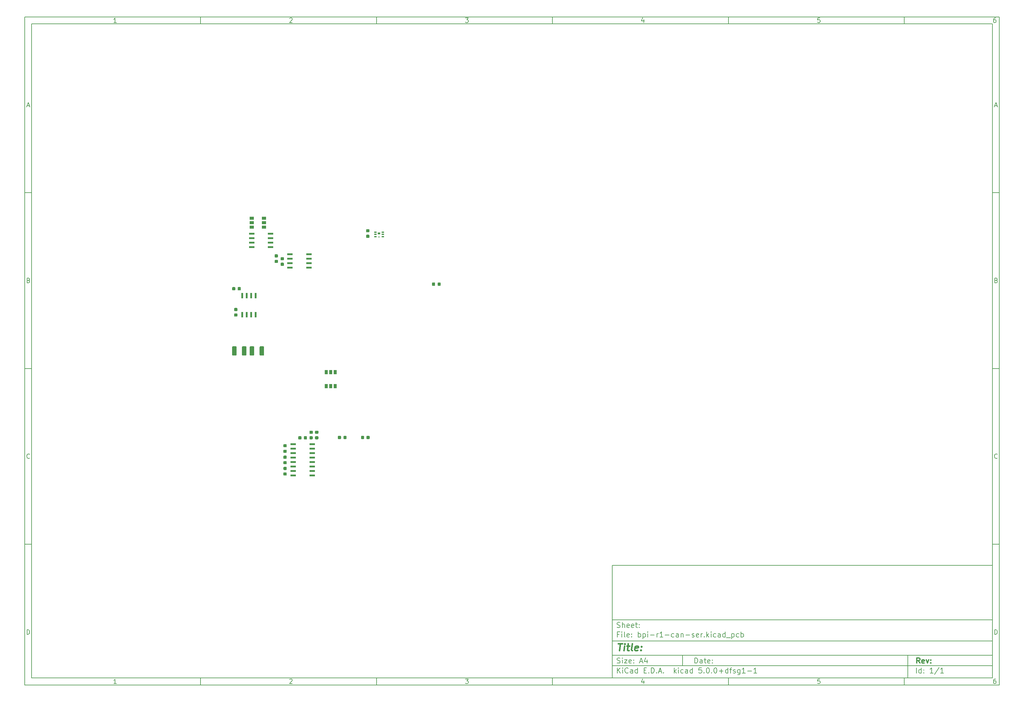
<source format=gtp>
G04 #@! TF.GenerationSoftware,KiCad,Pcbnew,5.0.0+dfsg1-1*
G04 #@! TF.CreationDate,2018-08-14T17:59:13+02:00*
G04 #@! TF.ProjectId,bpi-r1-can-ser,6270692D72312D63616E2D7365722E6B,rev?*
G04 #@! TF.SameCoordinates,Original*
G04 #@! TF.FileFunction,Paste,Top*
G04 #@! TF.FilePolarity,Positive*
%FSLAX46Y46*%
G04 Gerber Fmt 4.6, Leading zero omitted, Abs format (unit mm)*
G04 Created by KiCad (PCBNEW 5.0.0+dfsg1-1) date Tue Aug 14 17:59:13 2018*
%MOMM*%
%LPD*%
G01*
G04 APERTURE LIST*
%ADD10C,0.100000*%
%ADD11C,0.150000*%
%ADD12C,0.300000*%
%ADD13C,0.400000*%
%ADD14R,0.970000X1.270000*%
%ADD15R,1.270000X0.970000*%
%ADD16R,0.650000X0.350000*%
%ADD17R,0.498000X0.168000*%
%ADD18R,0.750000X0.630000*%
%ADD19C,0.875000*%
%ADD20C,1.250000*%
%ADD21R,1.500000X0.600000*%
%ADD22R,0.600000X1.550000*%
%ADD23R,1.550000X0.600000*%
G04 APERTURE END LIST*
D10*
D11*
X177002200Y-166007200D02*
X177002200Y-198007200D01*
X285002200Y-198007200D01*
X285002200Y-166007200D01*
X177002200Y-166007200D01*
D10*
D11*
X10000000Y-10000000D02*
X10000000Y-200007200D01*
X287002200Y-200007200D01*
X287002200Y-10000000D01*
X10000000Y-10000000D01*
D10*
D11*
X12000000Y-12000000D02*
X12000000Y-198007200D01*
X285002200Y-198007200D01*
X285002200Y-12000000D01*
X12000000Y-12000000D01*
D10*
D11*
X60000000Y-12000000D02*
X60000000Y-10000000D01*
D10*
D11*
X110000000Y-12000000D02*
X110000000Y-10000000D01*
D10*
D11*
X160000000Y-12000000D02*
X160000000Y-10000000D01*
D10*
D11*
X210000000Y-12000000D02*
X210000000Y-10000000D01*
D10*
D11*
X260000000Y-12000000D02*
X260000000Y-10000000D01*
D10*
D11*
X36065476Y-11588095D02*
X35322619Y-11588095D01*
X35694047Y-11588095D02*
X35694047Y-10288095D01*
X35570238Y-10473809D01*
X35446428Y-10597619D01*
X35322619Y-10659523D01*
D10*
D11*
X85322619Y-10411904D02*
X85384523Y-10350000D01*
X85508333Y-10288095D01*
X85817857Y-10288095D01*
X85941666Y-10350000D01*
X86003571Y-10411904D01*
X86065476Y-10535714D01*
X86065476Y-10659523D01*
X86003571Y-10845238D01*
X85260714Y-11588095D01*
X86065476Y-11588095D01*
D10*
D11*
X135260714Y-10288095D02*
X136065476Y-10288095D01*
X135632142Y-10783333D01*
X135817857Y-10783333D01*
X135941666Y-10845238D01*
X136003571Y-10907142D01*
X136065476Y-11030952D01*
X136065476Y-11340476D01*
X136003571Y-11464285D01*
X135941666Y-11526190D01*
X135817857Y-11588095D01*
X135446428Y-11588095D01*
X135322619Y-11526190D01*
X135260714Y-11464285D01*
D10*
D11*
X185941666Y-10721428D02*
X185941666Y-11588095D01*
X185632142Y-10226190D02*
X185322619Y-11154761D01*
X186127380Y-11154761D01*
D10*
D11*
X236003571Y-10288095D02*
X235384523Y-10288095D01*
X235322619Y-10907142D01*
X235384523Y-10845238D01*
X235508333Y-10783333D01*
X235817857Y-10783333D01*
X235941666Y-10845238D01*
X236003571Y-10907142D01*
X236065476Y-11030952D01*
X236065476Y-11340476D01*
X236003571Y-11464285D01*
X235941666Y-11526190D01*
X235817857Y-11588095D01*
X235508333Y-11588095D01*
X235384523Y-11526190D01*
X235322619Y-11464285D01*
D10*
D11*
X285941666Y-10288095D02*
X285694047Y-10288095D01*
X285570238Y-10350000D01*
X285508333Y-10411904D01*
X285384523Y-10597619D01*
X285322619Y-10845238D01*
X285322619Y-11340476D01*
X285384523Y-11464285D01*
X285446428Y-11526190D01*
X285570238Y-11588095D01*
X285817857Y-11588095D01*
X285941666Y-11526190D01*
X286003571Y-11464285D01*
X286065476Y-11340476D01*
X286065476Y-11030952D01*
X286003571Y-10907142D01*
X285941666Y-10845238D01*
X285817857Y-10783333D01*
X285570238Y-10783333D01*
X285446428Y-10845238D01*
X285384523Y-10907142D01*
X285322619Y-11030952D01*
D10*
D11*
X60000000Y-198007200D02*
X60000000Y-200007200D01*
D10*
D11*
X110000000Y-198007200D02*
X110000000Y-200007200D01*
D10*
D11*
X160000000Y-198007200D02*
X160000000Y-200007200D01*
D10*
D11*
X210000000Y-198007200D02*
X210000000Y-200007200D01*
D10*
D11*
X260000000Y-198007200D02*
X260000000Y-200007200D01*
D10*
D11*
X36065476Y-199595295D02*
X35322619Y-199595295D01*
X35694047Y-199595295D02*
X35694047Y-198295295D01*
X35570238Y-198481009D01*
X35446428Y-198604819D01*
X35322619Y-198666723D01*
D10*
D11*
X85322619Y-198419104D02*
X85384523Y-198357200D01*
X85508333Y-198295295D01*
X85817857Y-198295295D01*
X85941666Y-198357200D01*
X86003571Y-198419104D01*
X86065476Y-198542914D01*
X86065476Y-198666723D01*
X86003571Y-198852438D01*
X85260714Y-199595295D01*
X86065476Y-199595295D01*
D10*
D11*
X135260714Y-198295295D02*
X136065476Y-198295295D01*
X135632142Y-198790533D01*
X135817857Y-198790533D01*
X135941666Y-198852438D01*
X136003571Y-198914342D01*
X136065476Y-199038152D01*
X136065476Y-199347676D01*
X136003571Y-199471485D01*
X135941666Y-199533390D01*
X135817857Y-199595295D01*
X135446428Y-199595295D01*
X135322619Y-199533390D01*
X135260714Y-199471485D01*
D10*
D11*
X185941666Y-198728628D02*
X185941666Y-199595295D01*
X185632142Y-198233390D02*
X185322619Y-199161961D01*
X186127380Y-199161961D01*
D10*
D11*
X236003571Y-198295295D02*
X235384523Y-198295295D01*
X235322619Y-198914342D01*
X235384523Y-198852438D01*
X235508333Y-198790533D01*
X235817857Y-198790533D01*
X235941666Y-198852438D01*
X236003571Y-198914342D01*
X236065476Y-199038152D01*
X236065476Y-199347676D01*
X236003571Y-199471485D01*
X235941666Y-199533390D01*
X235817857Y-199595295D01*
X235508333Y-199595295D01*
X235384523Y-199533390D01*
X235322619Y-199471485D01*
D10*
D11*
X285941666Y-198295295D02*
X285694047Y-198295295D01*
X285570238Y-198357200D01*
X285508333Y-198419104D01*
X285384523Y-198604819D01*
X285322619Y-198852438D01*
X285322619Y-199347676D01*
X285384523Y-199471485D01*
X285446428Y-199533390D01*
X285570238Y-199595295D01*
X285817857Y-199595295D01*
X285941666Y-199533390D01*
X286003571Y-199471485D01*
X286065476Y-199347676D01*
X286065476Y-199038152D01*
X286003571Y-198914342D01*
X285941666Y-198852438D01*
X285817857Y-198790533D01*
X285570238Y-198790533D01*
X285446428Y-198852438D01*
X285384523Y-198914342D01*
X285322619Y-199038152D01*
D10*
D11*
X10000000Y-60000000D02*
X12000000Y-60000000D01*
D10*
D11*
X10000000Y-110000000D02*
X12000000Y-110000000D01*
D10*
D11*
X10000000Y-160000000D02*
X12000000Y-160000000D01*
D10*
D11*
X10690476Y-35216666D02*
X11309523Y-35216666D01*
X10566666Y-35588095D02*
X11000000Y-34288095D01*
X11433333Y-35588095D01*
D10*
D11*
X11092857Y-84907142D02*
X11278571Y-84969047D01*
X11340476Y-85030952D01*
X11402380Y-85154761D01*
X11402380Y-85340476D01*
X11340476Y-85464285D01*
X11278571Y-85526190D01*
X11154761Y-85588095D01*
X10659523Y-85588095D01*
X10659523Y-84288095D01*
X11092857Y-84288095D01*
X11216666Y-84350000D01*
X11278571Y-84411904D01*
X11340476Y-84535714D01*
X11340476Y-84659523D01*
X11278571Y-84783333D01*
X11216666Y-84845238D01*
X11092857Y-84907142D01*
X10659523Y-84907142D01*
D10*
D11*
X11402380Y-135464285D02*
X11340476Y-135526190D01*
X11154761Y-135588095D01*
X11030952Y-135588095D01*
X10845238Y-135526190D01*
X10721428Y-135402380D01*
X10659523Y-135278571D01*
X10597619Y-135030952D01*
X10597619Y-134845238D01*
X10659523Y-134597619D01*
X10721428Y-134473809D01*
X10845238Y-134350000D01*
X11030952Y-134288095D01*
X11154761Y-134288095D01*
X11340476Y-134350000D01*
X11402380Y-134411904D01*
D10*
D11*
X10659523Y-185588095D02*
X10659523Y-184288095D01*
X10969047Y-184288095D01*
X11154761Y-184350000D01*
X11278571Y-184473809D01*
X11340476Y-184597619D01*
X11402380Y-184845238D01*
X11402380Y-185030952D01*
X11340476Y-185278571D01*
X11278571Y-185402380D01*
X11154761Y-185526190D01*
X10969047Y-185588095D01*
X10659523Y-185588095D01*
D10*
D11*
X287002200Y-60000000D02*
X285002200Y-60000000D01*
D10*
D11*
X287002200Y-110000000D02*
X285002200Y-110000000D01*
D10*
D11*
X287002200Y-160000000D02*
X285002200Y-160000000D01*
D10*
D11*
X285692676Y-35216666D02*
X286311723Y-35216666D01*
X285568866Y-35588095D02*
X286002200Y-34288095D01*
X286435533Y-35588095D01*
D10*
D11*
X286095057Y-84907142D02*
X286280771Y-84969047D01*
X286342676Y-85030952D01*
X286404580Y-85154761D01*
X286404580Y-85340476D01*
X286342676Y-85464285D01*
X286280771Y-85526190D01*
X286156961Y-85588095D01*
X285661723Y-85588095D01*
X285661723Y-84288095D01*
X286095057Y-84288095D01*
X286218866Y-84350000D01*
X286280771Y-84411904D01*
X286342676Y-84535714D01*
X286342676Y-84659523D01*
X286280771Y-84783333D01*
X286218866Y-84845238D01*
X286095057Y-84907142D01*
X285661723Y-84907142D01*
D10*
D11*
X286404580Y-135464285D02*
X286342676Y-135526190D01*
X286156961Y-135588095D01*
X286033152Y-135588095D01*
X285847438Y-135526190D01*
X285723628Y-135402380D01*
X285661723Y-135278571D01*
X285599819Y-135030952D01*
X285599819Y-134845238D01*
X285661723Y-134597619D01*
X285723628Y-134473809D01*
X285847438Y-134350000D01*
X286033152Y-134288095D01*
X286156961Y-134288095D01*
X286342676Y-134350000D01*
X286404580Y-134411904D01*
D10*
D11*
X285661723Y-185588095D02*
X285661723Y-184288095D01*
X285971247Y-184288095D01*
X286156961Y-184350000D01*
X286280771Y-184473809D01*
X286342676Y-184597619D01*
X286404580Y-184845238D01*
X286404580Y-185030952D01*
X286342676Y-185278571D01*
X286280771Y-185402380D01*
X286156961Y-185526190D01*
X285971247Y-185588095D01*
X285661723Y-185588095D01*
D10*
D11*
X200434342Y-193785771D02*
X200434342Y-192285771D01*
X200791485Y-192285771D01*
X201005771Y-192357200D01*
X201148628Y-192500057D01*
X201220057Y-192642914D01*
X201291485Y-192928628D01*
X201291485Y-193142914D01*
X201220057Y-193428628D01*
X201148628Y-193571485D01*
X201005771Y-193714342D01*
X200791485Y-193785771D01*
X200434342Y-193785771D01*
X202577200Y-193785771D02*
X202577200Y-193000057D01*
X202505771Y-192857200D01*
X202362914Y-192785771D01*
X202077200Y-192785771D01*
X201934342Y-192857200D01*
X202577200Y-193714342D02*
X202434342Y-193785771D01*
X202077200Y-193785771D01*
X201934342Y-193714342D01*
X201862914Y-193571485D01*
X201862914Y-193428628D01*
X201934342Y-193285771D01*
X202077200Y-193214342D01*
X202434342Y-193214342D01*
X202577200Y-193142914D01*
X203077200Y-192785771D02*
X203648628Y-192785771D01*
X203291485Y-192285771D02*
X203291485Y-193571485D01*
X203362914Y-193714342D01*
X203505771Y-193785771D01*
X203648628Y-193785771D01*
X204720057Y-193714342D02*
X204577200Y-193785771D01*
X204291485Y-193785771D01*
X204148628Y-193714342D01*
X204077200Y-193571485D01*
X204077200Y-193000057D01*
X204148628Y-192857200D01*
X204291485Y-192785771D01*
X204577200Y-192785771D01*
X204720057Y-192857200D01*
X204791485Y-193000057D01*
X204791485Y-193142914D01*
X204077200Y-193285771D01*
X205434342Y-193642914D02*
X205505771Y-193714342D01*
X205434342Y-193785771D01*
X205362914Y-193714342D01*
X205434342Y-193642914D01*
X205434342Y-193785771D01*
X205434342Y-192857200D02*
X205505771Y-192928628D01*
X205434342Y-193000057D01*
X205362914Y-192928628D01*
X205434342Y-192857200D01*
X205434342Y-193000057D01*
D10*
D11*
X177002200Y-194507200D02*
X285002200Y-194507200D01*
D10*
D11*
X178434342Y-196585771D02*
X178434342Y-195085771D01*
X179291485Y-196585771D02*
X178648628Y-195728628D01*
X179291485Y-195085771D02*
X178434342Y-195942914D01*
X179934342Y-196585771D02*
X179934342Y-195585771D01*
X179934342Y-195085771D02*
X179862914Y-195157200D01*
X179934342Y-195228628D01*
X180005771Y-195157200D01*
X179934342Y-195085771D01*
X179934342Y-195228628D01*
X181505771Y-196442914D02*
X181434342Y-196514342D01*
X181220057Y-196585771D01*
X181077200Y-196585771D01*
X180862914Y-196514342D01*
X180720057Y-196371485D01*
X180648628Y-196228628D01*
X180577200Y-195942914D01*
X180577200Y-195728628D01*
X180648628Y-195442914D01*
X180720057Y-195300057D01*
X180862914Y-195157200D01*
X181077200Y-195085771D01*
X181220057Y-195085771D01*
X181434342Y-195157200D01*
X181505771Y-195228628D01*
X182791485Y-196585771D02*
X182791485Y-195800057D01*
X182720057Y-195657200D01*
X182577200Y-195585771D01*
X182291485Y-195585771D01*
X182148628Y-195657200D01*
X182791485Y-196514342D02*
X182648628Y-196585771D01*
X182291485Y-196585771D01*
X182148628Y-196514342D01*
X182077200Y-196371485D01*
X182077200Y-196228628D01*
X182148628Y-196085771D01*
X182291485Y-196014342D01*
X182648628Y-196014342D01*
X182791485Y-195942914D01*
X184148628Y-196585771D02*
X184148628Y-195085771D01*
X184148628Y-196514342D02*
X184005771Y-196585771D01*
X183720057Y-196585771D01*
X183577200Y-196514342D01*
X183505771Y-196442914D01*
X183434342Y-196300057D01*
X183434342Y-195871485D01*
X183505771Y-195728628D01*
X183577200Y-195657200D01*
X183720057Y-195585771D01*
X184005771Y-195585771D01*
X184148628Y-195657200D01*
X186005771Y-195800057D02*
X186505771Y-195800057D01*
X186720057Y-196585771D02*
X186005771Y-196585771D01*
X186005771Y-195085771D01*
X186720057Y-195085771D01*
X187362914Y-196442914D02*
X187434342Y-196514342D01*
X187362914Y-196585771D01*
X187291485Y-196514342D01*
X187362914Y-196442914D01*
X187362914Y-196585771D01*
X188077200Y-196585771D02*
X188077200Y-195085771D01*
X188434342Y-195085771D01*
X188648628Y-195157200D01*
X188791485Y-195300057D01*
X188862914Y-195442914D01*
X188934342Y-195728628D01*
X188934342Y-195942914D01*
X188862914Y-196228628D01*
X188791485Y-196371485D01*
X188648628Y-196514342D01*
X188434342Y-196585771D01*
X188077200Y-196585771D01*
X189577200Y-196442914D02*
X189648628Y-196514342D01*
X189577200Y-196585771D01*
X189505771Y-196514342D01*
X189577200Y-196442914D01*
X189577200Y-196585771D01*
X190220057Y-196157200D02*
X190934342Y-196157200D01*
X190077200Y-196585771D02*
X190577200Y-195085771D01*
X191077200Y-196585771D01*
X191577200Y-196442914D02*
X191648628Y-196514342D01*
X191577200Y-196585771D01*
X191505771Y-196514342D01*
X191577200Y-196442914D01*
X191577200Y-196585771D01*
X194577200Y-196585771D02*
X194577200Y-195085771D01*
X194720057Y-196014342D02*
X195148628Y-196585771D01*
X195148628Y-195585771D02*
X194577200Y-196157200D01*
X195791485Y-196585771D02*
X195791485Y-195585771D01*
X195791485Y-195085771D02*
X195720057Y-195157200D01*
X195791485Y-195228628D01*
X195862914Y-195157200D01*
X195791485Y-195085771D01*
X195791485Y-195228628D01*
X197148628Y-196514342D02*
X197005771Y-196585771D01*
X196720057Y-196585771D01*
X196577200Y-196514342D01*
X196505771Y-196442914D01*
X196434342Y-196300057D01*
X196434342Y-195871485D01*
X196505771Y-195728628D01*
X196577200Y-195657200D01*
X196720057Y-195585771D01*
X197005771Y-195585771D01*
X197148628Y-195657200D01*
X198434342Y-196585771D02*
X198434342Y-195800057D01*
X198362914Y-195657200D01*
X198220057Y-195585771D01*
X197934342Y-195585771D01*
X197791485Y-195657200D01*
X198434342Y-196514342D02*
X198291485Y-196585771D01*
X197934342Y-196585771D01*
X197791485Y-196514342D01*
X197720057Y-196371485D01*
X197720057Y-196228628D01*
X197791485Y-196085771D01*
X197934342Y-196014342D01*
X198291485Y-196014342D01*
X198434342Y-195942914D01*
X199791485Y-196585771D02*
X199791485Y-195085771D01*
X199791485Y-196514342D02*
X199648628Y-196585771D01*
X199362914Y-196585771D01*
X199220057Y-196514342D01*
X199148628Y-196442914D01*
X199077200Y-196300057D01*
X199077200Y-195871485D01*
X199148628Y-195728628D01*
X199220057Y-195657200D01*
X199362914Y-195585771D01*
X199648628Y-195585771D01*
X199791485Y-195657200D01*
X202362914Y-195085771D02*
X201648628Y-195085771D01*
X201577200Y-195800057D01*
X201648628Y-195728628D01*
X201791485Y-195657200D01*
X202148628Y-195657200D01*
X202291485Y-195728628D01*
X202362914Y-195800057D01*
X202434342Y-195942914D01*
X202434342Y-196300057D01*
X202362914Y-196442914D01*
X202291485Y-196514342D01*
X202148628Y-196585771D01*
X201791485Y-196585771D01*
X201648628Y-196514342D01*
X201577200Y-196442914D01*
X203077200Y-196442914D02*
X203148628Y-196514342D01*
X203077200Y-196585771D01*
X203005771Y-196514342D01*
X203077200Y-196442914D01*
X203077200Y-196585771D01*
X204077200Y-195085771D02*
X204220057Y-195085771D01*
X204362914Y-195157200D01*
X204434342Y-195228628D01*
X204505771Y-195371485D01*
X204577200Y-195657200D01*
X204577200Y-196014342D01*
X204505771Y-196300057D01*
X204434342Y-196442914D01*
X204362914Y-196514342D01*
X204220057Y-196585771D01*
X204077200Y-196585771D01*
X203934342Y-196514342D01*
X203862914Y-196442914D01*
X203791485Y-196300057D01*
X203720057Y-196014342D01*
X203720057Y-195657200D01*
X203791485Y-195371485D01*
X203862914Y-195228628D01*
X203934342Y-195157200D01*
X204077200Y-195085771D01*
X205220057Y-196442914D02*
X205291485Y-196514342D01*
X205220057Y-196585771D01*
X205148628Y-196514342D01*
X205220057Y-196442914D01*
X205220057Y-196585771D01*
X206220057Y-195085771D02*
X206362914Y-195085771D01*
X206505771Y-195157200D01*
X206577200Y-195228628D01*
X206648628Y-195371485D01*
X206720057Y-195657200D01*
X206720057Y-196014342D01*
X206648628Y-196300057D01*
X206577200Y-196442914D01*
X206505771Y-196514342D01*
X206362914Y-196585771D01*
X206220057Y-196585771D01*
X206077200Y-196514342D01*
X206005771Y-196442914D01*
X205934342Y-196300057D01*
X205862914Y-196014342D01*
X205862914Y-195657200D01*
X205934342Y-195371485D01*
X206005771Y-195228628D01*
X206077200Y-195157200D01*
X206220057Y-195085771D01*
X207362914Y-196014342D02*
X208505771Y-196014342D01*
X207934342Y-196585771D02*
X207934342Y-195442914D01*
X209862914Y-196585771D02*
X209862914Y-195085771D01*
X209862914Y-196514342D02*
X209720057Y-196585771D01*
X209434342Y-196585771D01*
X209291485Y-196514342D01*
X209220057Y-196442914D01*
X209148628Y-196300057D01*
X209148628Y-195871485D01*
X209220057Y-195728628D01*
X209291485Y-195657200D01*
X209434342Y-195585771D01*
X209720057Y-195585771D01*
X209862914Y-195657200D01*
X210362914Y-195585771D02*
X210934342Y-195585771D01*
X210577200Y-196585771D02*
X210577200Y-195300057D01*
X210648628Y-195157200D01*
X210791485Y-195085771D01*
X210934342Y-195085771D01*
X211362914Y-196514342D02*
X211505771Y-196585771D01*
X211791485Y-196585771D01*
X211934342Y-196514342D01*
X212005771Y-196371485D01*
X212005771Y-196300057D01*
X211934342Y-196157200D01*
X211791485Y-196085771D01*
X211577200Y-196085771D01*
X211434342Y-196014342D01*
X211362914Y-195871485D01*
X211362914Y-195800057D01*
X211434342Y-195657200D01*
X211577200Y-195585771D01*
X211791485Y-195585771D01*
X211934342Y-195657200D01*
X213291485Y-195585771D02*
X213291485Y-196800057D01*
X213220057Y-196942914D01*
X213148628Y-197014342D01*
X213005771Y-197085771D01*
X212791485Y-197085771D01*
X212648628Y-197014342D01*
X213291485Y-196514342D02*
X213148628Y-196585771D01*
X212862914Y-196585771D01*
X212720057Y-196514342D01*
X212648628Y-196442914D01*
X212577200Y-196300057D01*
X212577200Y-195871485D01*
X212648628Y-195728628D01*
X212720057Y-195657200D01*
X212862914Y-195585771D01*
X213148628Y-195585771D01*
X213291485Y-195657200D01*
X214791485Y-196585771D02*
X213934342Y-196585771D01*
X214362914Y-196585771D02*
X214362914Y-195085771D01*
X214220057Y-195300057D01*
X214077200Y-195442914D01*
X213934342Y-195514342D01*
X215434342Y-196014342D02*
X216577200Y-196014342D01*
X218077200Y-196585771D02*
X217220057Y-196585771D01*
X217648628Y-196585771D02*
X217648628Y-195085771D01*
X217505771Y-195300057D01*
X217362914Y-195442914D01*
X217220057Y-195514342D01*
D10*
D11*
X177002200Y-191507200D02*
X285002200Y-191507200D01*
D10*
D12*
X264411485Y-193785771D02*
X263911485Y-193071485D01*
X263554342Y-193785771D02*
X263554342Y-192285771D01*
X264125771Y-192285771D01*
X264268628Y-192357200D01*
X264340057Y-192428628D01*
X264411485Y-192571485D01*
X264411485Y-192785771D01*
X264340057Y-192928628D01*
X264268628Y-193000057D01*
X264125771Y-193071485D01*
X263554342Y-193071485D01*
X265625771Y-193714342D02*
X265482914Y-193785771D01*
X265197200Y-193785771D01*
X265054342Y-193714342D01*
X264982914Y-193571485D01*
X264982914Y-193000057D01*
X265054342Y-192857200D01*
X265197200Y-192785771D01*
X265482914Y-192785771D01*
X265625771Y-192857200D01*
X265697200Y-193000057D01*
X265697200Y-193142914D01*
X264982914Y-193285771D01*
X266197200Y-192785771D02*
X266554342Y-193785771D01*
X266911485Y-192785771D01*
X267482914Y-193642914D02*
X267554342Y-193714342D01*
X267482914Y-193785771D01*
X267411485Y-193714342D01*
X267482914Y-193642914D01*
X267482914Y-193785771D01*
X267482914Y-192857200D02*
X267554342Y-192928628D01*
X267482914Y-193000057D01*
X267411485Y-192928628D01*
X267482914Y-192857200D01*
X267482914Y-193000057D01*
D10*
D11*
X178362914Y-193714342D02*
X178577200Y-193785771D01*
X178934342Y-193785771D01*
X179077200Y-193714342D01*
X179148628Y-193642914D01*
X179220057Y-193500057D01*
X179220057Y-193357200D01*
X179148628Y-193214342D01*
X179077200Y-193142914D01*
X178934342Y-193071485D01*
X178648628Y-193000057D01*
X178505771Y-192928628D01*
X178434342Y-192857200D01*
X178362914Y-192714342D01*
X178362914Y-192571485D01*
X178434342Y-192428628D01*
X178505771Y-192357200D01*
X178648628Y-192285771D01*
X179005771Y-192285771D01*
X179220057Y-192357200D01*
X179862914Y-193785771D02*
X179862914Y-192785771D01*
X179862914Y-192285771D02*
X179791485Y-192357200D01*
X179862914Y-192428628D01*
X179934342Y-192357200D01*
X179862914Y-192285771D01*
X179862914Y-192428628D01*
X180434342Y-192785771D02*
X181220057Y-192785771D01*
X180434342Y-193785771D01*
X181220057Y-193785771D01*
X182362914Y-193714342D02*
X182220057Y-193785771D01*
X181934342Y-193785771D01*
X181791485Y-193714342D01*
X181720057Y-193571485D01*
X181720057Y-193000057D01*
X181791485Y-192857200D01*
X181934342Y-192785771D01*
X182220057Y-192785771D01*
X182362914Y-192857200D01*
X182434342Y-193000057D01*
X182434342Y-193142914D01*
X181720057Y-193285771D01*
X183077200Y-193642914D02*
X183148628Y-193714342D01*
X183077200Y-193785771D01*
X183005771Y-193714342D01*
X183077200Y-193642914D01*
X183077200Y-193785771D01*
X183077200Y-192857200D02*
X183148628Y-192928628D01*
X183077200Y-193000057D01*
X183005771Y-192928628D01*
X183077200Y-192857200D01*
X183077200Y-193000057D01*
X184862914Y-193357200D02*
X185577200Y-193357200D01*
X184720057Y-193785771D02*
X185220057Y-192285771D01*
X185720057Y-193785771D01*
X186862914Y-192785771D02*
X186862914Y-193785771D01*
X186505771Y-192214342D02*
X186148628Y-193285771D01*
X187077200Y-193285771D01*
D10*
D11*
X263434342Y-196585771D02*
X263434342Y-195085771D01*
X264791485Y-196585771D02*
X264791485Y-195085771D01*
X264791485Y-196514342D02*
X264648628Y-196585771D01*
X264362914Y-196585771D01*
X264220057Y-196514342D01*
X264148628Y-196442914D01*
X264077200Y-196300057D01*
X264077200Y-195871485D01*
X264148628Y-195728628D01*
X264220057Y-195657200D01*
X264362914Y-195585771D01*
X264648628Y-195585771D01*
X264791485Y-195657200D01*
X265505771Y-196442914D02*
X265577200Y-196514342D01*
X265505771Y-196585771D01*
X265434342Y-196514342D01*
X265505771Y-196442914D01*
X265505771Y-196585771D01*
X265505771Y-195657200D02*
X265577200Y-195728628D01*
X265505771Y-195800057D01*
X265434342Y-195728628D01*
X265505771Y-195657200D01*
X265505771Y-195800057D01*
X268148628Y-196585771D02*
X267291485Y-196585771D01*
X267720057Y-196585771D02*
X267720057Y-195085771D01*
X267577200Y-195300057D01*
X267434342Y-195442914D01*
X267291485Y-195514342D01*
X269862914Y-195014342D02*
X268577200Y-196942914D01*
X271148628Y-196585771D02*
X270291485Y-196585771D01*
X270720057Y-196585771D02*
X270720057Y-195085771D01*
X270577200Y-195300057D01*
X270434342Y-195442914D01*
X270291485Y-195514342D01*
D10*
D11*
X177002200Y-187507200D02*
X285002200Y-187507200D01*
D10*
D13*
X178714580Y-188211961D02*
X179857438Y-188211961D01*
X179036009Y-190211961D02*
X179286009Y-188211961D01*
X180274104Y-190211961D02*
X180440771Y-188878628D01*
X180524104Y-188211961D02*
X180416961Y-188307200D01*
X180500295Y-188402438D01*
X180607438Y-188307200D01*
X180524104Y-188211961D01*
X180500295Y-188402438D01*
X181107438Y-188878628D02*
X181869342Y-188878628D01*
X181476485Y-188211961D02*
X181262200Y-189926247D01*
X181333628Y-190116723D01*
X181512200Y-190211961D01*
X181702676Y-190211961D01*
X182655057Y-190211961D02*
X182476485Y-190116723D01*
X182405057Y-189926247D01*
X182619342Y-188211961D01*
X184190771Y-190116723D02*
X183988390Y-190211961D01*
X183607438Y-190211961D01*
X183428866Y-190116723D01*
X183357438Y-189926247D01*
X183452676Y-189164342D01*
X183571723Y-188973866D01*
X183774104Y-188878628D01*
X184155057Y-188878628D01*
X184333628Y-188973866D01*
X184405057Y-189164342D01*
X184381247Y-189354819D01*
X183405057Y-189545295D01*
X185155057Y-190021485D02*
X185238390Y-190116723D01*
X185131247Y-190211961D01*
X185047914Y-190116723D01*
X185155057Y-190021485D01*
X185131247Y-190211961D01*
X185286009Y-188973866D02*
X185369342Y-189069104D01*
X185262200Y-189164342D01*
X185178866Y-189069104D01*
X185286009Y-188973866D01*
X185262200Y-189164342D01*
D10*
D11*
X178934342Y-185600057D02*
X178434342Y-185600057D01*
X178434342Y-186385771D02*
X178434342Y-184885771D01*
X179148628Y-184885771D01*
X179720057Y-186385771D02*
X179720057Y-185385771D01*
X179720057Y-184885771D02*
X179648628Y-184957200D01*
X179720057Y-185028628D01*
X179791485Y-184957200D01*
X179720057Y-184885771D01*
X179720057Y-185028628D01*
X180648628Y-186385771D02*
X180505771Y-186314342D01*
X180434342Y-186171485D01*
X180434342Y-184885771D01*
X181791485Y-186314342D02*
X181648628Y-186385771D01*
X181362914Y-186385771D01*
X181220057Y-186314342D01*
X181148628Y-186171485D01*
X181148628Y-185600057D01*
X181220057Y-185457200D01*
X181362914Y-185385771D01*
X181648628Y-185385771D01*
X181791485Y-185457200D01*
X181862914Y-185600057D01*
X181862914Y-185742914D01*
X181148628Y-185885771D01*
X182505771Y-186242914D02*
X182577200Y-186314342D01*
X182505771Y-186385771D01*
X182434342Y-186314342D01*
X182505771Y-186242914D01*
X182505771Y-186385771D01*
X182505771Y-185457200D02*
X182577200Y-185528628D01*
X182505771Y-185600057D01*
X182434342Y-185528628D01*
X182505771Y-185457200D01*
X182505771Y-185600057D01*
X184362914Y-186385771D02*
X184362914Y-184885771D01*
X184362914Y-185457200D02*
X184505771Y-185385771D01*
X184791485Y-185385771D01*
X184934342Y-185457200D01*
X185005771Y-185528628D01*
X185077200Y-185671485D01*
X185077200Y-186100057D01*
X185005771Y-186242914D01*
X184934342Y-186314342D01*
X184791485Y-186385771D01*
X184505771Y-186385771D01*
X184362914Y-186314342D01*
X185720057Y-185385771D02*
X185720057Y-186885771D01*
X185720057Y-185457200D02*
X185862914Y-185385771D01*
X186148628Y-185385771D01*
X186291485Y-185457200D01*
X186362914Y-185528628D01*
X186434342Y-185671485D01*
X186434342Y-186100057D01*
X186362914Y-186242914D01*
X186291485Y-186314342D01*
X186148628Y-186385771D01*
X185862914Y-186385771D01*
X185720057Y-186314342D01*
X187077200Y-186385771D02*
X187077200Y-185385771D01*
X187077200Y-184885771D02*
X187005771Y-184957200D01*
X187077200Y-185028628D01*
X187148628Y-184957200D01*
X187077200Y-184885771D01*
X187077200Y-185028628D01*
X187791485Y-185814342D02*
X188934342Y-185814342D01*
X189648628Y-186385771D02*
X189648628Y-185385771D01*
X189648628Y-185671485D02*
X189720057Y-185528628D01*
X189791485Y-185457200D01*
X189934342Y-185385771D01*
X190077200Y-185385771D01*
X191362914Y-186385771D02*
X190505771Y-186385771D01*
X190934342Y-186385771D02*
X190934342Y-184885771D01*
X190791485Y-185100057D01*
X190648628Y-185242914D01*
X190505771Y-185314342D01*
X192005771Y-185814342D02*
X193148628Y-185814342D01*
X194505771Y-186314342D02*
X194362914Y-186385771D01*
X194077200Y-186385771D01*
X193934342Y-186314342D01*
X193862914Y-186242914D01*
X193791485Y-186100057D01*
X193791485Y-185671485D01*
X193862914Y-185528628D01*
X193934342Y-185457200D01*
X194077200Y-185385771D01*
X194362914Y-185385771D01*
X194505771Y-185457200D01*
X195791485Y-186385771D02*
X195791485Y-185600057D01*
X195720057Y-185457200D01*
X195577200Y-185385771D01*
X195291485Y-185385771D01*
X195148628Y-185457200D01*
X195791485Y-186314342D02*
X195648628Y-186385771D01*
X195291485Y-186385771D01*
X195148628Y-186314342D01*
X195077200Y-186171485D01*
X195077200Y-186028628D01*
X195148628Y-185885771D01*
X195291485Y-185814342D01*
X195648628Y-185814342D01*
X195791485Y-185742914D01*
X196505771Y-185385771D02*
X196505771Y-186385771D01*
X196505771Y-185528628D02*
X196577200Y-185457200D01*
X196720057Y-185385771D01*
X196934342Y-185385771D01*
X197077200Y-185457200D01*
X197148628Y-185600057D01*
X197148628Y-186385771D01*
X197862914Y-185814342D02*
X199005771Y-185814342D01*
X199648628Y-186314342D02*
X199791485Y-186385771D01*
X200077200Y-186385771D01*
X200220057Y-186314342D01*
X200291485Y-186171485D01*
X200291485Y-186100057D01*
X200220057Y-185957200D01*
X200077200Y-185885771D01*
X199862914Y-185885771D01*
X199720057Y-185814342D01*
X199648628Y-185671485D01*
X199648628Y-185600057D01*
X199720057Y-185457200D01*
X199862914Y-185385771D01*
X200077200Y-185385771D01*
X200220057Y-185457200D01*
X201505771Y-186314342D02*
X201362914Y-186385771D01*
X201077200Y-186385771D01*
X200934342Y-186314342D01*
X200862914Y-186171485D01*
X200862914Y-185600057D01*
X200934342Y-185457200D01*
X201077200Y-185385771D01*
X201362914Y-185385771D01*
X201505771Y-185457200D01*
X201577200Y-185600057D01*
X201577200Y-185742914D01*
X200862914Y-185885771D01*
X202220057Y-186385771D02*
X202220057Y-185385771D01*
X202220057Y-185671485D02*
X202291485Y-185528628D01*
X202362914Y-185457200D01*
X202505771Y-185385771D01*
X202648628Y-185385771D01*
X203148628Y-186242914D02*
X203220057Y-186314342D01*
X203148628Y-186385771D01*
X203077200Y-186314342D01*
X203148628Y-186242914D01*
X203148628Y-186385771D01*
X203862914Y-186385771D02*
X203862914Y-184885771D01*
X204005771Y-185814342D02*
X204434342Y-186385771D01*
X204434342Y-185385771D02*
X203862914Y-185957200D01*
X205077200Y-186385771D02*
X205077200Y-185385771D01*
X205077200Y-184885771D02*
X205005771Y-184957200D01*
X205077200Y-185028628D01*
X205148628Y-184957200D01*
X205077200Y-184885771D01*
X205077200Y-185028628D01*
X206434342Y-186314342D02*
X206291485Y-186385771D01*
X206005771Y-186385771D01*
X205862914Y-186314342D01*
X205791485Y-186242914D01*
X205720057Y-186100057D01*
X205720057Y-185671485D01*
X205791485Y-185528628D01*
X205862914Y-185457200D01*
X206005771Y-185385771D01*
X206291485Y-185385771D01*
X206434342Y-185457200D01*
X207720057Y-186385771D02*
X207720057Y-185600057D01*
X207648628Y-185457200D01*
X207505771Y-185385771D01*
X207220057Y-185385771D01*
X207077200Y-185457200D01*
X207720057Y-186314342D02*
X207577200Y-186385771D01*
X207220057Y-186385771D01*
X207077200Y-186314342D01*
X207005771Y-186171485D01*
X207005771Y-186028628D01*
X207077200Y-185885771D01*
X207220057Y-185814342D01*
X207577200Y-185814342D01*
X207720057Y-185742914D01*
X209077200Y-186385771D02*
X209077200Y-184885771D01*
X209077200Y-186314342D02*
X208934342Y-186385771D01*
X208648628Y-186385771D01*
X208505771Y-186314342D01*
X208434342Y-186242914D01*
X208362914Y-186100057D01*
X208362914Y-185671485D01*
X208434342Y-185528628D01*
X208505771Y-185457200D01*
X208648628Y-185385771D01*
X208934342Y-185385771D01*
X209077200Y-185457200D01*
X209434342Y-186528628D02*
X210577200Y-186528628D01*
X210934342Y-185385771D02*
X210934342Y-186885771D01*
X210934342Y-185457200D02*
X211077200Y-185385771D01*
X211362914Y-185385771D01*
X211505771Y-185457200D01*
X211577200Y-185528628D01*
X211648628Y-185671485D01*
X211648628Y-186100057D01*
X211577200Y-186242914D01*
X211505771Y-186314342D01*
X211362914Y-186385771D01*
X211077200Y-186385771D01*
X210934342Y-186314342D01*
X212934342Y-186314342D02*
X212791485Y-186385771D01*
X212505771Y-186385771D01*
X212362914Y-186314342D01*
X212291485Y-186242914D01*
X212220057Y-186100057D01*
X212220057Y-185671485D01*
X212291485Y-185528628D01*
X212362914Y-185457200D01*
X212505771Y-185385771D01*
X212791485Y-185385771D01*
X212934342Y-185457200D01*
X213577200Y-186385771D02*
X213577200Y-184885771D01*
X213577200Y-185457200D02*
X213720057Y-185385771D01*
X214005771Y-185385771D01*
X214148628Y-185457200D01*
X214220057Y-185528628D01*
X214291485Y-185671485D01*
X214291485Y-186100057D01*
X214220057Y-186242914D01*
X214148628Y-186314342D01*
X214005771Y-186385771D01*
X213720057Y-186385771D01*
X213577200Y-186314342D01*
D10*
D11*
X177002200Y-181507200D02*
X285002200Y-181507200D01*
D10*
D11*
X178362914Y-183614342D02*
X178577200Y-183685771D01*
X178934342Y-183685771D01*
X179077200Y-183614342D01*
X179148628Y-183542914D01*
X179220057Y-183400057D01*
X179220057Y-183257200D01*
X179148628Y-183114342D01*
X179077200Y-183042914D01*
X178934342Y-182971485D01*
X178648628Y-182900057D01*
X178505771Y-182828628D01*
X178434342Y-182757200D01*
X178362914Y-182614342D01*
X178362914Y-182471485D01*
X178434342Y-182328628D01*
X178505771Y-182257200D01*
X178648628Y-182185771D01*
X179005771Y-182185771D01*
X179220057Y-182257200D01*
X179862914Y-183685771D02*
X179862914Y-182185771D01*
X180505771Y-183685771D02*
X180505771Y-182900057D01*
X180434342Y-182757200D01*
X180291485Y-182685771D01*
X180077200Y-182685771D01*
X179934342Y-182757200D01*
X179862914Y-182828628D01*
X181791485Y-183614342D02*
X181648628Y-183685771D01*
X181362914Y-183685771D01*
X181220057Y-183614342D01*
X181148628Y-183471485D01*
X181148628Y-182900057D01*
X181220057Y-182757200D01*
X181362914Y-182685771D01*
X181648628Y-182685771D01*
X181791485Y-182757200D01*
X181862914Y-182900057D01*
X181862914Y-183042914D01*
X181148628Y-183185771D01*
X183077200Y-183614342D02*
X182934342Y-183685771D01*
X182648628Y-183685771D01*
X182505771Y-183614342D01*
X182434342Y-183471485D01*
X182434342Y-182900057D01*
X182505771Y-182757200D01*
X182648628Y-182685771D01*
X182934342Y-182685771D01*
X183077200Y-182757200D01*
X183148628Y-182900057D01*
X183148628Y-183042914D01*
X182434342Y-183185771D01*
X183577200Y-182685771D02*
X184148628Y-182685771D01*
X183791485Y-182185771D02*
X183791485Y-183471485D01*
X183862914Y-183614342D01*
X184005771Y-183685771D01*
X184148628Y-183685771D01*
X184648628Y-183542914D02*
X184720057Y-183614342D01*
X184648628Y-183685771D01*
X184577200Y-183614342D01*
X184648628Y-183542914D01*
X184648628Y-183685771D01*
X184648628Y-182757200D02*
X184720057Y-182828628D01*
X184648628Y-182900057D01*
X184577200Y-182828628D01*
X184648628Y-182757200D01*
X184648628Y-182900057D01*
D10*
D11*
X197002200Y-191507200D02*
X197002200Y-194507200D01*
D10*
D11*
X261002200Y-191507200D02*
X261002200Y-198007200D01*
D14*
G04 #@! TO.C,J203*
X98270000Y-111000000D03*
X97000000Y-111000000D03*
X95730000Y-111000000D03*
G04 #@! TD*
G04 #@! TO.C,J204*
X95730000Y-115000000D03*
X97000000Y-115000000D03*
X98270000Y-115000000D03*
G04 #@! TD*
D15*
G04 #@! TO.C,J205*
X74500000Y-67230000D03*
X74500000Y-68500000D03*
X74500000Y-69770000D03*
G04 #@! TD*
G04 #@! TO.C,J206*
X78000000Y-69770000D03*
X78000000Y-68500000D03*
X78000000Y-67230000D03*
G04 #@! TD*
D16*
G04 #@! TO.C,Q601*
X109650000Y-71215000D03*
X109650000Y-71865000D03*
X109650000Y-72515000D03*
X111750000Y-72515000D03*
X111750000Y-71865000D03*
X111750000Y-71215000D03*
D17*
X110700000Y-72600000D03*
D18*
X110700000Y-71585000D03*
G04 #@! TD*
D10*
G04 #@! TO.C,C201*
G36*
X84277691Y-131526053D02*
X84298926Y-131529203D01*
X84319750Y-131534419D01*
X84339962Y-131541651D01*
X84359368Y-131550830D01*
X84377781Y-131561866D01*
X84395024Y-131574654D01*
X84410930Y-131589070D01*
X84425346Y-131604976D01*
X84438134Y-131622219D01*
X84449170Y-131640632D01*
X84458349Y-131660038D01*
X84465581Y-131680250D01*
X84470797Y-131701074D01*
X84473947Y-131722309D01*
X84475000Y-131743750D01*
X84475000Y-132181250D01*
X84473947Y-132202691D01*
X84470797Y-132223926D01*
X84465581Y-132244750D01*
X84458349Y-132264962D01*
X84449170Y-132284368D01*
X84438134Y-132302781D01*
X84425346Y-132320024D01*
X84410930Y-132335930D01*
X84395024Y-132350346D01*
X84377781Y-132363134D01*
X84359368Y-132374170D01*
X84339962Y-132383349D01*
X84319750Y-132390581D01*
X84298926Y-132395797D01*
X84277691Y-132398947D01*
X84256250Y-132400000D01*
X83743750Y-132400000D01*
X83722309Y-132398947D01*
X83701074Y-132395797D01*
X83680250Y-132390581D01*
X83660038Y-132383349D01*
X83640632Y-132374170D01*
X83622219Y-132363134D01*
X83604976Y-132350346D01*
X83589070Y-132335930D01*
X83574654Y-132320024D01*
X83561866Y-132302781D01*
X83550830Y-132284368D01*
X83541651Y-132264962D01*
X83534419Y-132244750D01*
X83529203Y-132223926D01*
X83526053Y-132202691D01*
X83525000Y-132181250D01*
X83525000Y-131743750D01*
X83526053Y-131722309D01*
X83529203Y-131701074D01*
X83534419Y-131680250D01*
X83541651Y-131660038D01*
X83550830Y-131640632D01*
X83561866Y-131622219D01*
X83574654Y-131604976D01*
X83589070Y-131589070D01*
X83604976Y-131574654D01*
X83622219Y-131561866D01*
X83640632Y-131550830D01*
X83660038Y-131541651D01*
X83680250Y-131534419D01*
X83701074Y-131529203D01*
X83722309Y-131526053D01*
X83743750Y-131525000D01*
X84256250Y-131525000D01*
X84277691Y-131526053D01*
X84277691Y-131526053D01*
G37*
D19*
X84000000Y-131962500D03*
D10*
G36*
X84277691Y-133101053D02*
X84298926Y-133104203D01*
X84319750Y-133109419D01*
X84339962Y-133116651D01*
X84359368Y-133125830D01*
X84377781Y-133136866D01*
X84395024Y-133149654D01*
X84410930Y-133164070D01*
X84425346Y-133179976D01*
X84438134Y-133197219D01*
X84449170Y-133215632D01*
X84458349Y-133235038D01*
X84465581Y-133255250D01*
X84470797Y-133276074D01*
X84473947Y-133297309D01*
X84475000Y-133318750D01*
X84475000Y-133756250D01*
X84473947Y-133777691D01*
X84470797Y-133798926D01*
X84465581Y-133819750D01*
X84458349Y-133839962D01*
X84449170Y-133859368D01*
X84438134Y-133877781D01*
X84425346Y-133895024D01*
X84410930Y-133910930D01*
X84395024Y-133925346D01*
X84377781Y-133938134D01*
X84359368Y-133949170D01*
X84339962Y-133958349D01*
X84319750Y-133965581D01*
X84298926Y-133970797D01*
X84277691Y-133973947D01*
X84256250Y-133975000D01*
X83743750Y-133975000D01*
X83722309Y-133973947D01*
X83701074Y-133970797D01*
X83680250Y-133965581D01*
X83660038Y-133958349D01*
X83640632Y-133949170D01*
X83622219Y-133938134D01*
X83604976Y-133925346D01*
X83589070Y-133910930D01*
X83574654Y-133895024D01*
X83561866Y-133877781D01*
X83550830Y-133859368D01*
X83541651Y-133839962D01*
X83534419Y-133819750D01*
X83529203Y-133798926D01*
X83526053Y-133777691D01*
X83525000Y-133756250D01*
X83525000Y-133318750D01*
X83526053Y-133297309D01*
X83529203Y-133276074D01*
X83534419Y-133255250D01*
X83541651Y-133235038D01*
X83550830Y-133215632D01*
X83561866Y-133197219D01*
X83574654Y-133179976D01*
X83589070Y-133164070D01*
X83604976Y-133149654D01*
X83622219Y-133136866D01*
X83640632Y-133125830D01*
X83660038Y-133116651D01*
X83680250Y-133109419D01*
X83701074Y-133104203D01*
X83722309Y-133101053D01*
X83743750Y-133100000D01*
X84256250Y-133100000D01*
X84277691Y-133101053D01*
X84277691Y-133101053D01*
G37*
D19*
X84000000Y-133537500D03*
G04 #@! TD*
D10*
G04 #@! TO.C,C202*
G36*
X84277691Y-136351053D02*
X84298926Y-136354203D01*
X84319750Y-136359419D01*
X84339962Y-136366651D01*
X84359368Y-136375830D01*
X84377781Y-136386866D01*
X84395024Y-136399654D01*
X84410930Y-136414070D01*
X84425346Y-136429976D01*
X84438134Y-136447219D01*
X84449170Y-136465632D01*
X84458349Y-136485038D01*
X84465581Y-136505250D01*
X84470797Y-136526074D01*
X84473947Y-136547309D01*
X84475000Y-136568750D01*
X84475000Y-137006250D01*
X84473947Y-137027691D01*
X84470797Y-137048926D01*
X84465581Y-137069750D01*
X84458349Y-137089962D01*
X84449170Y-137109368D01*
X84438134Y-137127781D01*
X84425346Y-137145024D01*
X84410930Y-137160930D01*
X84395024Y-137175346D01*
X84377781Y-137188134D01*
X84359368Y-137199170D01*
X84339962Y-137208349D01*
X84319750Y-137215581D01*
X84298926Y-137220797D01*
X84277691Y-137223947D01*
X84256250Y-137225000D01*
X83743750Y-137225000D01*
X83722309Y-137223947D01*
X83701074Y-137220797D01*
X83680250Y-137215581D01*
X83660038Y-137208349D01*
X83640632Y-137199170D01*
X83622219Y-137188134D01*
X83604976Y-137175346D01*
X83589070Y-137160930D01*
X83574654Y-137145024D01*
X83561866Y-137127781D01*
X83550830Y-137109368D01*
X83541651Y-137089962D01*
X83534419Y-137069750D01*
X83529203Y-137048926D01*
X83526053Y-137027691D01*
X83525000Y-137006250D01*
X83525000Y-136568750D01*
X83526053Y-136547309D01*
X83529203Y-136526074D01*
X83534419Y-136505250D01*
X83541651Y-136485038D01*
X83550830Y-136465632D01*
X83561866Y-136447219D01*
X83574654Y-136429976D01*
X83589070Y-136414070D01*
X83604976Y-136399654D01*
X83622219Y-136386866D01*
X83640632Y-136375830D01*
X83660038Y-136366651D01*
X83680250Y-136359419D01*
X83701074Y-136354203D01*
X83722309Y-136351053D01*
X83743750Y-136350000D01*
X84256250Y-136350000D01*
X84277691Y-136351053D01*
X84277691Y-136351053D01*
G37*
D19*
X84000000Y-136787500D03*
D10*
G36*
X84277691Y-134776053D02*
X84298926Y-134779203D01*
X84319750Y-134784419D01*
X84339962Y-134791651D01*
X84359368Y-134800830D01*
X84377781Y-134811866D01*
X84395024Y-134824654D01*
X84410930Y-134839070D01*
X84425346Y-134854976D01*
X84438134Y-134872219D01*
X84449170Y-134890632D01*
X84458349Y-134910038D01*
X84465581Y-134930250D01*
X84470797Y-134951074D01*
X84473947Y-134972309D01*
X84475000Y-134993750D01*
X84475000Y-135431250D01*
X84473947Y-135452691D01*
X84470797Y-135473926D01*
X84465581Y-135494750D01*
X84458349Y-135514962D01*
X84449170Y-135534368D01*
X84438134Y-135552781D01*
X84425346Y-135570024D01*
X84410930Y-135585930D01*
X84395024Y-135600346D01*
X84377781Y-135613134D01*
X84359368Y-135624170D01*
X84339962Y-135633349D01*
X84319750Y-135640581D01*
X84298926Y-135645797D01*
X84277691Y-135648947D01*
X84256250Y-135650000D01*
X83743750Y-135650000D01*
X83722309Y-135648947D01*
X83701074Y-135645797D01*
X83680250Y-135640581D01*
X83660038Y-135633349D01*
X83640632Y-135624170D01*
X83622219Y-135613134D01*
X83604976Y-135600346D01*
X83589070Y-135585930D01*
X83574654Y-135570024D01*
X83561866Y-135552781D01*
X83550830Y-135534368D01*
X83541651Y-135514962D01*
X83534419Y-135494750D01*
X83529203Y-135473926D01*
X83526053Y-135452691D01*
X83525000Y-135431250D01*
X83525000Y-134993750D01*
X83526053Y-134972309D01*
X83529203Y-134951074D01*
X83534419Y-134930250D01*
X83541651Y-134910038D01*
X83550830Y-134890632D01*
X83561866Y-134872219D01*
X83574654Y-134854976D01*
X83589070Y-134839070D01*
X83604976Y-134824654D01*
X83622219Y-134811866D01*
X83640632Y-134800830D01*
X83660038Y-134791651D01*
X83680250Y-134784419D01*
X83701074Y-134779203D01*
X83722309Y-134776053D01*
X83743750Y-134775000D01*
X84256250Y-134775000D01*
X84277691Y-134776053D01*
X84277691Y-134776053D01*
G37*
D19*
X84000000Y-135212500D03*
G04 #@! TD*
D10*
G04 #@! TO.C,C203*
G36*
X90027691Y-129226053D02*
X90048926Y-129229203D01*
X90069750Y-129234419D01*
X90089962Y-129241651D01*
X90109368Y-129250830D01*
X90127781Y-129261866D01*
X90145024Y-129274654D01*
X90160930Y-129289070D01*
X90175346Y-129304976D01*
X90188134Y-129322219D01*
X90199170Y-129340632D01*
X90208349Y-129360038D01*
X90215581Y-129380250D01*
X90220797Y-129401074D01*
X90223947Y-129422309D01*
X90225000Y-129443750D01*
X90225000Y-129956250D01*
X90223947Y-129977691D01*
X90220797Y-129998926D01*
X90215581Y-130019750D01*
X90208349Y-130039962D01*
X90199170Y-130059368D01*
X90188134Y-130077781D01*
X90175346Y-130095024D01*
X90160930Y-130110930D01*
X90145024Y-130125346D01*
X90127781Y-130138134D01*
X90109368Y-130149170D01*
X90089962Y-130158349D01*
X90069750Y-130165581D01*
X90048926Y-130170797D01*
X90027691Y-130173947D01*
X90006250Y-130175000D01*
X89568750Y-130175000D01*
X89547309Y-130173947D01*
X89526074Y-130170797D01*
X89505250Y-130165581D01*
X89485038Y-130158349D01*
X89465632Y-130149170D01*
X89447219Y-130138134D01*
X89429976Y-130125346D01*
X89414070Y-130110930D01*
X89399654Y-130095024D01*
X89386866Y-130077781D01*
X89375830Y-130059368D01*
X89366651Y-130039962D01*
X89359419Y-130019750D01*
X89354203Y-129998926D01*
X89351053Y-129977691D01*
X89350000Y-129956250D01*
X89350000Y-129443750D01*
X89351053Y-129422309D01*
X89354203Y-129401074D01*
X89359419Y-129380250D01*
X89366651Y-129360038D01*
X89375830Y-129340632D01*
X89386866Y-129322219D01*
X89399654Y-129304976D01*
X89414070Y-129289070D01*
X89429976Y-129274654D01*
X89447219Y-129261866D01*
X89465632Y-129250830D01*
X89485038Y-129241651D01*
X89505250Y-129234419D01*
X89526074Y-129229203D01*
X89547309Y-129226053D01*
X89568750Y-129225000D01*
X90006250Y-129225000D01*
X90027691Y-129226053D01*
X90027691Y-129226053D01*
G37*
D19*
X89787500Y-129700000D03*
D10*
G36*
X88452691Y-129226053D02*
X88473926Y-129229203D01*
X88494750Y-129234419D01*
X88514962Y-129241651D01*
X88534368Y-129250830D01*
X88552781Y-129261866D01*
X88570024Y-129274654D01*
X88585930Y-129289070D01*
X88600346Y-129304976D01*
X88613134Y-129322219D01*
X88624170Y-129340632D01*
X88633349Y-129360038D01*
X88640581Y-129380250D01*
X88645797Y-129401074D01*
X88648947Y-129422309D01*
X88650000Y-129443750D01*
X88650000Y-129956250D01*
X88648947Y-129977691D01*
X88645797Y-129998926D01*
X88640581Y-130019750D01*
X88633349Y-130039962D01*
X88624170Y-130059368D01*
X88613134Y-130077781D01*
X88600346Y-130095024D01*
X88585930Y-130110930D01*
X88570024Y-130125346D01*
X88552781Y-130138134D01*
X88534368Y-130149170D01*
X88514962Y-130158349D01*
X88494750Y-130165581D01*
X88473926Y-130170797D01*
X88452691Y-130173947D01*
X88431250Y-130175000D01*
X87993750Y-130175000D01*
X87972309Y-130173947D01*
X87951074Y-130170797D01*
X87930250Y-130165581D01*
X87910038Y-130158349D01*
X87890632Y-130149170D01*
X87872219Y-130138134D01*
X87854976Y-130125346D01*
X87839070Y-130110930D01*
X87824654Y-130095024D01*
X87811866Y-130077781D01*
X87800830Y-130059368D01*
X87791651Y-130039962D01*
X87784419Y-130019750D01*
X87779203Y-129998926D01*
X87776053Y-129977691D01*
X87775000Y-129956250D01*
X87775000Y-129443750D01*
X87776053Y-129422309D01*
X87779203Y-129401074D01*
X87784419Y-129380250D01*
X87791651Y-129360038D01*
X87800830Y-129340632D01*
X87811866Y-129322219D01*
X87824654Y-129304976D01*
X87839070Y-129289070D01*
X87854976Y-129274654D01*
X87872219Y-129261866D01*
X87890632Y-129250830D01*
X87910038Y-129241651D01*
X87930250Y-129234419D01*
X87951074Y-129229203D01*
X87972309Y-129226053D01*
X87993750Y-129225000D01*
X88431250Y-129225000D01*
X88452691Y-129226053D01*
X88452691Y-129226053D01*
G37*
D19*
X88212500Y-129700000D03*
G04 #@! TD*
D10*
G04 #@! TO.C,C204*
G36*
X84277691Y-137976053D02*
X84298926Y-137979203D01*
X84319750Y-137984419D01*
X84339962Y-137991651D01*
X84359368Y-138000830D01*
X84377781Y-138011866D01*
X84395024Y-138024654D01*
X84410930Y-138039070D01*
X84425346Y-138054976D01*
X84438134Y-138072219D01*
X84449170Y-138090632D01*
X84458349Y-138110038D01*
X84465581Y-138130250D01*
X84470797Y-138151074D01*
X84473947Y-138172309D01*
X84475000Y-138193750D01*
X84475000Y-138631250D01*
X84473947Y-138652691D01*
X84470797Y-138673926D01*
X84465581Y-138694750D01*
X84458349Y-138714962D01*
X84449170Y-138734368D01*
X84438134Y-138752781D01*
X84425346Y-138770024D01*
X84410930Y-138785930D01*
X84395024Y-138800346D01*
X84377781Y-138813134D01*
X84359368Y-138824170D01*
X84339962Y-138833349D01*
X84319750Y-138840581D01*
X84298926Y-138845797D01*
X84277691Y-138848947D01*
X84256250Y-138850000D01*
X83743750Y-138850000D01*
X83722309Y-138848947D01*
X83701074Y-138845797D01*
X83680250Y-138840581D01*
X83660038Y-138833349D01*
X83640632Y-138824170D01*
X83622219Y-138813134D01*
X83604976Y-138800346D01*
X83589070Y-138785930D01*
X83574654Y-138770024D01*
X83561866Y-138752781D01*
X83550830Y-138734368D01*
X83541651Y-138714962D01*
X83534419Y-138694750D01*
X83529203Y-138673926D01*
X83526053Y-138652691D01*
X83525000Y-138631250D01*
X83525000Y-138193750D01*
X83526053Y-138172309D01*
X83529203Y-138151074D01*
X83534419Y-138130250D01*
X83541651Y-138110038D01*
X83550830Y-138090632D01*
X83561866Y-138072219D01*
X83574654Y-138054976D01*
X83589070Y-138039070D01*
X83604976Y-138024654D01*
X83622219Y-138011866D01*
X83640632Y-138000830D01*
X83660038Y-137991651D01*
X83680250Y-137984419D01*
X83701074Y-137979203D01*
X83722309Y-137976053D01*
X83743750Y-137975000D01*
X84256250Y-137975000D01*
X84277691Y-137976053D01*
X84277691Y-137976053D01*
G37*
D19*
X84000000Y-138412500D03*
D10*
G36*
X84277691Y-139551053D02*
X84298926Y-139554203D01*
X84319750Y-139559419D01*
X84339962Y-139566651D01*
X84359368Y-139575830D01*
X84377781Y-139586866D01*
X84395024Y-139599654D01*
X84410930Y-139614070D01*
X84425346Y-139629976D01*
X84438134Y-139647219D01*
X84449170Y-139665632D01*
X84458349Y-139685038D01*
X84465581Y-139705250D01*
X84470797Y-139726074D01*
X84473947Y-139747309D01*
X84475000Y-139768750D01*
X84475000Y-140206250D01*
X84473947Y-140227691D01*
X84470797Y-140248926D01*
X84465581Y-140269750D01*
X84458349Y-140289962D01*
X84449170Y-140309368D01*
X84438134Y-140327781D01*
X84425346Y-140345024D01*
X84410930Y-140360930D01*
X84395024Y-140375346D01*
X84377781Y-140388134D01*
X84359368Y-140399170D01*
X84339962Y-140408349D01*
X84319750Y-140415581D01*
X84298926Y-140420797D01*
X84277691Y-140423947D01*
X84256250Y-140425000D01*
X83743750Y-140425000D01*
X83722309Y-140423947D01*
X83701074Y-140420797D01*
X83680250Y-140415581D01*
X83660038Y-140408349D01*
X83640632Y-140399170D01*
X83622219Y-140388134D01*
X83604976Y-140375346D01*
X83589070Y-140360930D01*
X83574654Y-140345024D01*
X83561866Y-140327781D01*
X83550830Y-140309368D01*
X83541651Y-140289962D01*
X83534419Y-140269750D01*
X83529203Y-140248926D01*
X83526053Y-140227691D01*
X83525000Y-140206250D01*
X83525000Y-139768750D01*
X83526053Y-139747309D01*
X83529203Y-139726074D01*
X83534419Y-139705250D01*
X83541651Y-139685038D01*
X83550830Y-139665632D01*
X83561866Y-139647219D01*
X83574654Y-139629976D01*
X83589070Y-139614070D01*
X83604976Y-139599654D01*
X83622219Y-139586866D01*
X83640632Y-139575830D01*
X83660038Y-139566651D01*
X83680250Y-139559419D01*
X83701074Y-139554203D01*
X83722309Y-139551053D01*
X83743750Y-139550000D01*
X84256250Y-139550000D01*
X84277691Y-139551053D01*
X84277691Y-139551053D01*
G37*
D19*
X84000000Y-139987500D03*
G04 #@! TD*
D10*
G04 #@! TO.C,C301*
G36*
X70277691Y-92776053D02*
X70298926Y-92779203D01*
X70319750Y-92784419D01*
X70339962Y-92791651D01*
X70359368Y-92800830D01*
X70377781Y-92811866D01*
X70395024Y-92824654D01*
X70410930Y-92839070D01*
X70425346Y-92854976D01*
X70438134Y-92872219D01*
X70449170Y-92890632D01*
X70458349Y-92910038D01*
X70465581Y-92930250D01*
X70470797Y-92951074D01*
X70473947Y-92972309D01*
X70475000Y-92993750D01*
X70475000Y-93431250D01*
X70473947Y-93452691D01*
X70470797Y-93473926D01*
X70465581Y-93494750D01*
X70458349Y-93514962D01*
X70449170Y-93534368D01*
X70438134Y-93552781D01*
X70425346Y-93570024D01*
X70410930Y-93585930D01*
X70395024Y-93600346D01*
X70377781Y-93613134D01*
X70359368Y-93624170D01*
X70339962Y-93633349D01*
X70319750Y-93640581D01*
X70298926Y-93645797D01*
X70277691Y-93648947D01*
X70256250Y-93650000D01*
X69743750Y-93650000D01*
X69722309Y-93648947D01*
X69701074Y-93645797D01*
X69680250Y-93640581D01*
X69660038Y-93633349D01*
X69640632Y-93624170D01*
X69622219Y-93613134D01*
X69604976Y-93600346D01*
X69589070Y-93585930D01*
X69574654Y-93570024D01*
X69561866Y-93552781D01*
X69550830Y-93534368D01*
X69541651Y-93514962D01*
X69534419Y-93494750D01*
X69529203Y-93473926D01*
X69526053Y-93452691D01*
X69525000Y-93431250D01*
X69525000Y-92993750D01*
X69526053Y-92972309D01*
X69529203Y-92951074D01*
X69534419Y-92930250D01*
X69541651Y-92910038D01*
X69550830Y-92890632D01*
X69561866Y-92872219D01*
X69574654Y-92854976D01*
X69589070Y-92839070D01*
X69604976Y-92824654D01*
X69622219Y-92811866D01*
X69640632Y-92800830D01*
X69660038Y-92791651D01*
X69680250Y-92784419D01*
X69701074Y-92779203D01*
X69722309Y-92776053D01*
X69743750Y-92775000D01*
X70256250Y-92775000D01*
X70277691Y-92776053D01*
X70277691Y-92776053D01*
G37*
D19*
X70000000Y-93212500D03*
D10*
G36*
X70277691Y-94351053D02*
X70298926Y-94354203D01*
X70319750Y-94359419D01*
X70339962Y-94366651D01*
X70359368Y-94375830D01*
X70377781Y-94386866D01*
X70395024Y-94399654D01*
X70410930Y-94414070D01*
X70425346Y-94429976D01*
X70438134Y-94447219D01*
X70449170Y-94465632D01*
X70458349Y-94485038D01*
X70465581Y-94505250D01*
X70470797Y-94526074D01*
X70473947Y-94547309D01*
X70475000Y-94568750D01*
X70475000Y-95006250D01*
X70473947Y-95027691D01*
X70470797Y-95048926D01*
X70465581Y-95069750D01*
X70458349Y-95089962D01*
X70449170Y-95109368D01*
X70438134Y-95127781D01*
X70425346Y-95145024D01*
X70410930Y-95160930D01*
X70395024Y-95175346D01*
X70377781Y-95188134D01*
X70359368Y-95199170D01*
X70339962Y-95208349D01*
X70319750Y-95215581D01*
X70298926Y-95220797D01*
X70277691Y-95223947D01*
X70256250Y-95225000D01*
X69743750Y-95225000D01*
X69722309Y-95223947D01*
X69701074Y-95220797D01*
X69680250Y-95215581D01*
X69660038Y-95208349D01*
X69640632Y-95199170D01*
X69622219Y-95188134D01*
X69604976Y-95175346D01*
X69589070Y-95160930D01*
X69574654Y-95145024D01*
X69561866Y-95127781D01*
X69550830Y-95109368D01*
X69541651Y-95089962D01*
X69534419Y-95069750D01*
X69529203Y-95048926D01*
X69526053Y-95027691D01*
X69525000Y-95006250D01*
X69525000Y-94568750D01*
X69526053Y-94547309D01*
X69529203Y-94526074D01*
X69534419Y-94505250D01*
X69541651Y-94485038D01*
X69550830Y-94465632D01*
X69561866Y-94447219D01*
X69574654Y-94429976D01*
X69589070Y-94414070D01*
X69604976Y-94399654D01*
X69622219Y-94386866D01*
X69640632Y-94375830D01*
X69660038Y-94366651D01*
X69680250Y-94359419D01*
X69701074Y-94354203D01*
X69722309Y-94351053D01*
X69743750Y-94350000D01*
X70256250Y-94350000D01*
X70277691Y-94351053D01*
X70277691Y-94351053D01*
G37*
D19*
X70000000Y-94787500D03*
G04 #@! TD*
D10*
G04 #@! TO.C,C302*
G36*
X93277691Y-127676053D02*
X93298926Y-127679203D01*
X93319750Y-127684419D01*
X93339962Y-127691651D01*
X93359368Y-127700830D01*
X93377781Y-127711866D01*
X93395024Y-127724654D01*
X93410930Y-127739070D01*
X93425346Y-127754976D01*
X93438134Y-127772219D01*
X93449170Y-127790632D01*
X93458349Y-127810038D01*
X93465581Y-127830250D01*
X93470797Y-127851074D01*
X93473947Y-127872309D01*
X93475000Y-127893750D01*
X93475000Y-128331250D01*
X93473947Y-128352691D01*
X93470797Y-128373926D01*
X93465581Y-128394750D01*
X93458349Y-128414962D01*
X93449170Y-128434368D01*
X93438134Y-128452781D01*
X93425346Y-128470024D01*
X93410930Y-128485930D01*
X93395024Y-128500346D01*
X93377781Y-128513134D01*
X93359368Y-128524170D01*
X93339962Y-128533349D01*
X93319750Y-128540581D01*
X93298926Y-128545797D01*
X93277691Y-128548947D01*
X93256250Y-128550000D01*
X92743750Y-128550000D01*
X92722309Y-128548947D01*
X92701074Y-128545797D01*
X92680250Y-128540581D01*
X92660038Y-128533349D01*
X92640632Y-128524170D01*
X92622219Y-128513134D01*
X92604976Y-128500346D01*
X92589070Y-128485930D01*
X92574654Y-128470024D01*
X92561866Y-128452781D01*
X92550830Y-128434368D01*
X92541651Y-128414962D01*
X92534419Y-128394750D01*
X92529203Y-128373926D01*
X92526053Y-128352691D01*
X92525000Y-128331250D01*
X92525000Y-127893750D01*
X92526053Y-127872309D01*
X92529203Y-127851074D01*
X92534419Y-127830250D01*
X92541651Y-127810038D01*
X92550830Y-127790632D01*
X92561866Y-127772219D01*
X92574654Y-127754976D01*
X92589070Y-127739070D01*
X92604976Y-127724654D01*
X92622219Y-127711866D01*
X92640632Y-127700830D01*
X92660038Y-127691651D01*
X92680250Y-127684419D01*
X92701074Y-127679203D01*
X92722309Y-127676053D01*
X92743750Y-127675000D01*
X93256250Y-127675000D01*
X93277691Y-127676053D01*
X93277691Y-127676053D01*
G37*
D19*
X93000000Y-128112500D03*
D10*
G36*
X93277691Y-129251053D02*
X93298926Y-129254203D01*
X93319750Y-129259419D01*
X93339962Y-129266651D01*
X93359368Y-129275830D01*
X93377781Y-129286866D01*
X93395024Y-129299654D01*
X93410930Y-129314070D01*
X93425346Y-129329976D01*
X93438134Y-129347219D01*
X93449170Y-129365632D01*
X93458349Y-129385038D01*
X93465581Y-129405250D01*
X93470797Y-129426074D01*
X93473947Y-129447309D01*
X93475000Y-129468750D01*
X93475000Y-129906250D01*
X93473947Y-129927691D01*
X93470797Y-129948926D01*
X93465581Y-129969750D01*
X93458349Y-129989962D01*
X93449170Y-130009368D01*
X93438134Y-130027781D01*
X93425346Y-130045024D01*
X93410930Y-130060930D01*
X93395024Y-130075346D01*
X93377781Y-130088134D01*
X93359368Y-130099170D01*
X93339962Y-130108349D01*
X93319750Y-130115581D01*
X93298926Y-130120797D01*
X93277691Y-130123947D01*
X93256250Y-130125000D01*
X92743750Y-130125000D01*
X92722309Y-130123947D01*
X92701074Y-130120797D01*
X92680250Y-130115581D01*
X92660038Y-130108349D01*
X92640632Y-130099170D01*
X92622219Y-130088134D01*
X92604976Y-130075346D01*
X92589070Y-130060930D01*
X92574654Y-130045024D01*
X92561866Y-130027781D01*
X92550830Y-130009368D01*
X92541651Y-129989962D01*
X92534419Y-129969750D01*
X92529203Y-129948926D01*
X92526053Y-129927691D01*
X92525000Y-129906250D01*
X92525000Y-129468750D01*
X92526053Y-129447309D01*
X92529203Y-129426074D01*
X92534419Y-129405250D01*
X92541651Y-129385038D01*
X92550830Y-129365632D01*
X92561866Y-129347219D01*
X92574654Y-129329976D01*
X92589070Y-129314070D01*
X92604976Y-129299654D01*
X92622219Y-129286866D01*
X92640632Y-129275830D01*
X92660038Y-129266651D01*
X92680250Y-129259419D01*
X92701074Y-129254203D01*
X92722309Y-129251053D01*
X92743750Y-129250000D01*
X93256250Y-129250000D01*
X93277691Y-129251053D01*
X93277691Y-129251053D01*
G37*
D19*
X93000000Y-129687500D03*
G04 #@! TD*
D10*
G04 #@! TO.C,C303*
G36*
X91677691Y-129251053D02*
X91698926Y-129254203D01*
X91719750Y-129259419D01*
X91739962Y-129266651D01*
X91759368Y-129275830D01*
X91777781Y-129286866D01*
X91795024Y-129299654D01*
X91810930Y-129314070D01*
X91825346Y-129329976D01*
X91838134Y-129347219D01*
X91849170Y-129365632D01*
X91858349Y-129385038D01*
X91865581Y-129405250D01*
X91870797Y-129426074D01*
X91873947Y-129447309D01*
X91875000Y-129468750D01*
X91875000Y-129906250D01*
X91873947Y-129927691D01*
X91870797Y-129948926D01*
X91865581Y-129969750D01*
X91858349Y-129989962D01*
X91849170Y-130009368D01*
X91838134Y-130027781D01*
X91825346Y-130045024D01*
X91810930Y-130060930D01*
X91795024Y-130075346D01*
X91777781Y-130088134D01*
X91759368Y-130099170D01*
X91739962Y-130108349D01*
X91719750Y-130115581D01*
X91698926Y-130120797D01*
X91677691Y-130123947D01*
X91656250Y-130125000D01*
X91143750Y-130125000D01*
X91122309Y-130123947D01*
X91101074Y-130120797D01*
X91080250Y-130115581D01*
X91060038Y-130108349D01*
X91040632Y-130099170D01*
X91022219Y-130088134D01*
X91004976Y-130075346D01*
X90989070Y-130060930D01*
X90974654Y-130045024D01*
X90961866Y-130027781D01*
X90950830Y-130009368D01*
X90941651Y-129989962D01*
X90934419Y-129969750D01*
X90929203Y-129948926D01*
X90926053Y-129927691D01*
X90925000Y-129906250D01*
X90925000Y-129468750D01*
X90926053Y-129447309D01*
X90929203Y-129426074D01*
X90934419Y-129405250D01*
X90941651Y-129385038D01*
X90950830Y-129365632D01*
X90961866Y-129347219D01*
X90974654Y-129329976D01*
X90989070Y-129314070D01*
X91004976Y-129299654D01*
X91022219Y-129286866D01*
X91040632Y-129275830D01*
X91060038Y-129266651D01*
X91080250Y-129259419D01*
X91101074Y-129254203D01*
X91122309Y-129251053D01*
X91143750Y-129250000D01*
X91656250Y-129250000D01*
X91677691Y-129251053D01*
X91677691Y-129251053D01*
G37*
D19*
X91400000Y-129687500D03*
D10*
G36*
X91677691Y-127676053D02*
X91698926Y-127679203D01*
X91719750Y-127684419D01*
X91739962Y-127691651D01*
X91759368Y-127700830D01*
X91777781Y-127711866D01*
X91795024Y-127724654D01*
X91810930Y-127739070D01*
X91825346Y-127754976D01*
X91838134Y-127772219D01*
X91849170Y-127790632D01*
X91858349Y-127810038D01*
X91865581Y-127830250D01*
X91870797Y-127851074D01*
X91873947Y-127872309D01*
X91875000Y-127893750D01*
X91875000Y-128331250D01*
X91873947Y-128352691D01*
X91870797Y-128373926D01*
X91865581Y-128394750D01*
X91858349Y-128414962D01*
X91849170Y-128434368D01*
X91838134Y-128452781D01*
X91825346Y-128470024D01*
X91810930Y-128485930D01*
X91795024Y-128500346D01*
X91777781Y-128513134D01*
X91759368Y-128524170D01*
X91739962Y-128533349D01*
X91719750Y-128540581D01*
X91698926Y-128545797D01*
X91677691Y-128548947D01*
X91656250Y-128550000D01*
X91143750Y-128550000D01*
X91122309Y-128548947D01*
X91101074Y-128545797D01*
X91080250Y-128540581D01*
X91060038Y-128533349D01*
X91040632Y-128524170D01*
X91022219Y-128513134D01*
X91004976Y-128500346D01*
X90989070Y-128485930D01*
X90974654Y-128470024D01*
X90961866Y-128452781D01*
X90950830Y-128434368D01*
X90941651Y-128414962D01*
X90934419Y-128394750D01*
X90929203Y-128373926D01*
X90926053Y-128352691D01*
X90925000Y-128331250D01*
X90925000Y-127893750D01*
X90926053Y-127872309D01*
X90929203Y-127851074D01*
X90934419Y-127830250D01*
X90941651Y-127810038D01*
X90950830Y-127790632D01*
X90961866Y-127772219D01*
X90974654Y-127754976D01*
X90989070Y-127739070D01*
X91004976Y-127724654D01*
X91022219Y-127711866D01*
X91040632Y-127700830D01*
X91060038Y-127691651D01*
X91080250Y-127684419D01*
X91101074Y-127679203D01*
X91122309Y-127676053D01*
X91143750Y-127675000D01*
X91656250Y-127675000D01*
X91677691Y-127676053D01*
X91677691Y-127676053D01*
G37*
D19*
X91400000Y-128112500D03*
G04 #@! TD*
D10*
G04 #@! TO.C,C601*
G36*
X107777691Y-70376053D02*
X107798926Y-70379203D01*
X107819750Y-70384419D01*
X107839962Y-70391651D01*
X107859368Y-70400830D01*
X107877781Y-70411866D01*
X107895024Y-70424654D01*
X107910930Y-70439070D01*
X107925346Y-70454976D01*
X107938134Y-70472219D01*
X107949170Y-70490632D01*
X107958349Y-70510038D01*
X107965581Y-70530250D01*
X107970797Y-70551074D01*
X107973947Y-70572309D01*
X107975000Y-70593750D01*
X107975000Y-71031250D01*
X107973947Y-71052691D01*
X107970797Y-71073926D01*
X107965581Y-71094750D01*
X107958349Y-71114962D01*
X107949170Y-71134368D01*
X107938134Y-71152781D01*
X107925346Y-71170024D01*
X107910930Y-71185930D01*
X107895024Y-71200346D01*
X107877781Y-71213134D01*
X107859368Y-71224170D01*
X107839962Y-71233349D01*
X107819750Y-71240581D01*
X107798926Y-71245797D01*
X107777691Y-71248947D01*
X107756250Y-71250000D01*
X107243750Y-71250000D01*
X107222309Y-71248947D01*
X107201074Y-71245797D01*
X107180250Y-71240581D01*
X107160038Y-71233349D01*
X107140632Y-71224170D01*
X107122219Y-71213134D01*
X107104976Y-71200346D01*
X107089070Y-71185930D01*
X107074654Y-71170024D01*
X107061866Y-71152781D01*
X107050830Y-71134368D01*
X107041651Y-71114962D01*
X107034419Y-71094750D01*
X107029203Y-71073926D01*
X107026053Y-71052691D01*
X107025000Y-71031250D01*
X107025000Y-70593750D01*
X107026053Y-70572309D01*
X107029203Y-70551074D01*
X107034419Y-70530250D01*
X107041651Y-70510038D01*
X107050830Y-70490632D01*
X107061866Y-70472219D01*
X107074654Y-70454976D01*
X107089070Y-70439070D01*
X107104976Y-70424654D01*
X107122219Y-70411866D01*
X107140632Y-70400830D01*
X107160038Y-70391651D01*
X107180250Y-70384419D01*
X107201074Y-70379203D01*
X107222309Y-70376053D01*
X107243750Y-70375000D01*
X107756250Y-70375000D01*
X107777691Y-70376053D01*
X107777691Y-70376053D01*
G37*
D19*
X107500000Y-70812500D03*
D10*
G36*
X107777691Y-71951053D02*
X107798926Y-71954203D01*
X107819750Y-71959419D01*
X107839962Y-71966651D01*
X107859368Y-71975830D01*
X107877781Y-71986866D01*
X107895024Y-71999654D01*
X107910930Y-72014070D01*
X107925346Y-72029976D01*
X107938134Y-72047219D01*
X107949170Y-72065632D01*
X107958349Y-72085038D01*
X107965581Y-72105250D01*
X107970797Y-72126074D01*
X107973947Y-72147309D01*
X107975000Y-72168750D01*
X107975000Y-72606250D01*
X107973947Y-72627691D01*
X107970797Y-72648926D01*
X107965581Y-72669750D01*
X107958349Y-72689962D01*
X107949170Y-72709368D01*
X107938134Y-72727781D01*
X107925346Y-72745024D01*
X107910930Y-72760930D01*
X107895024Y-72775346D01*
X107877781Y-72788134D01*
X107859368Y-72799170D01*
X107839962Y-72808349D01*
X107819750Y-72815581D01*
X107798926Y-72820797D01*
X107777691Y-72823947D01*
X107756250Y-72825000D01*
X107243750Y-72825000D01*
X107222309Y-72823947D01*
X107201074Y-72820797D01*
X107180250Y-72815581D01*
X107160038Y-72808349D01*
X107140632Y-72799170D01*
X107122219Y-72788134D01*
X107104976Y-72775346D01*
X107089070Y-72760930D01*
X107074654Y-72745024D01*
X107061866Y-72727781D01*
X107050830Y-72709368D01*
X107041651Y-72689962D01*
X107034419Y-72669750D01*
X107029203Y-72648926D01*
X107026053Y-72627691D01*
X107025000Y-72606250D01*
X107025000Y-72168750D01*
X107026053Y-72147309D01*
X107029203Y-72126074D01*
X107034419Y-72105250D01*
X107041651Y-72085038D01*
X107050830Y-72065632D01*
X107061866Y-72047219D01*
X107074654Y-72029976D01*
X107089070Y-72014070D01*
X107104976Y-71999654D01*
X107122219Y-71986866D01*
X107140632Y-71975830D01*
X107160038Y-71966651D01*
X107180250Y-71959419D01*
X107201074Y-71954203D01*
X107222309Y-71951053D01*
X107243750Y-71950000D01*
X107756250Y-71950000D01*
X107777691Y-71951053D01*
X107777691Y-71951053D01*
G37*
D19*
X107500000Y-72387500D03*
G04 #@! TD*
D10*
G04 #@! TO.C,R301*
G36*
X69652691Y-86826053D02*
X69673926Y-86829203D01*
X69694750Y-86834419D01*
X69714962Y-86841651D01*
X69734368Y-86850830D01*
X69752781Y-86861866D01*
X69770024Y-86874654D01*
X69785930Y-86889070D01*
X69800346Y-86904976D01*
X69813134Y-86922219D01*
X69824170Y-86940632D01*
X69833349Y-86960038D01*
X69840581Y-86980250D01*
X69845797Y-87001074D01*
X69848947Y-87022309D01*
X69850000Y-87043750D01*
X69850000Y-87556250D01*
X69848947Y-87577691D01*
X69845797Y-87598926D01*
X69840581Y-87619750D01*
X69833349Y-87639962D01*
X69824170Y-87659368D01*
X69813134Y-87677781D01*
X69800346Y-87695024D01*
X69785930Y-87710930D01*
X69770024Y-87725346D01*
X69752781Y-87738134D01*
X69734368Y-87749170D01*
X69714962Y-87758349D01*
X69694750Y-87765581D01*
X69673926Y-87770797D01*
X69652691Y-87773947D01*
X69631250Y-87775000D01*
X69193750Y-87775000D01*
X69172309Y-87773947D01*
X69151074Y-87770797D01*
X69130250Y-87765581D01*
X69110038Y-87758349D01*
X69090632Y-87749170D01*
X69072219Y-87738134D01*
X69054976Y-87725346D01*
X69039070Y-87710930D01*
X69024654Y-87695024D01*
X69011866Y-87677781D01*
X69000830Y-87659368D01*
X68991651Y-87639962D01*
X68984419Y-87619750D01*
X68979203Y-87598926D01*
X68976053Y-87577691D01*
X68975000Y-87556250D01*
X68975000Y-87043750D01*
X68976053Y-87022309D01*
X68979203Y-87001074D01*
X68984419Y-86980250D01*
X68991651Y-86960038D01*
X69000830Y-86940632D01*
X69011866Y-86922219D01*
X69024654Y-86904976D01*
X69039070Y-86889070D01*
X69054976Y-86874654D01*
X69072219Y-86861866D01*
X69090632Y-86850830D01*
X69110038Y-86841651D01*
X69130250Y-86834419D01*
X69151074Y-86829203D01*
X69172309Y-86826053D01*
X69193750Y-86825000D01*
X69631250Y-86825000D01*
X69652691Y-86826053D01*
X69652691Y-86826053D01*
G37*
D19*
X69412500Y-87300000D03*
D10*
G36*
X71227691Y-86826053D02*
X71248926Y-86829203D01*
X71269750Y-86834419D01*
X71289962Y-86841651D01*
X71309368Y-86850830D01*
X71327781Y-86861866D01*
X71345024Y-86874654D01*
X71360930Y-86889070D01*
X71375346Y-86904976D01*
X71388134Y-86922219D01*
X71399170Y-86940632D01*
X71408349Y-86960038D01*
X71415581Y-86980250D01*
X71420797Y-87001074D01*
X71423947Y-87022309D01*
X71425000Y-87043750D01*
X71425000Y-87556250D01*
X71423947Y-87577691D01*
X71420797Y-87598926D01*
X71415581Y-87619750D01*
X71408349Y-87639962D01*
X71399170Y-87659368D01*
X71388134Y-87677781D01*
X71375346Y-87695024D01*
X71360930Y-87710930D01*
X71345024Y-87725346D01*
X71327781Y-87738134D01*
X71309368Y-87749170D01*
X71289962Y-87758349D01*
X71269750Y-87765581D01*
X71248926Y-87770797D01*
X71227691Y-87773947D01*
X71206250Y-87775000D01*
X70768750Y-87775000D01*
X70747309Y-87773947D01*
X70726074Y-87770797D01*
X70705250Y-87765581D01*
X70685038Y-87758349D01*
X70665632Y-87749170D01*
X70647219Y-87738134D01*
X70629976Y-87725346D01*
X70614070Y-87710930D01*
X70599654Y-87695024D01*
X70586866Y-87677781D01*
X70575830Y-87659368D01*
X70566651Y-87639962D01*
X70559419Y-87619750D01*
X70554203Y-87598926D01*
X70551053Y-87577691D01*
X70550000Y-87556250D01*
X70550000Y-87043750D01*
X70551053Y-87022309D01*
X70554203Y-87001074D01*
X70559419Y-86980250D01*
X70566651Y-86960038D01*
X70575830Y-86940632D01*
X70586866Y-86922219D01*
X70599654Y-86904976D01*
X70614070Y-86889070D01*
X70629976Y-86874654D01*
X70647219Y-86861866D01*
X70665632Y-86850830D01*
X70685038Y-86841651D01*
X70705250Y-86834419D01*
X70726074Y-86829203D01*
X70747309Y-86826053D01*
X70768750Y-86825000D01*
X71206250Y-86825000D01*
X71227691Y-86826053D01*
X71227691Y-86826053D01*
G37*
D19*
X70987500Y-87300000D03*
G04 #@! TD*
D10*
G04 #@! TO.C,R302*
G36*
X74999504Y-103676204D02*
X75023773Y-103679804D01*
X75047571Y-103685765D01*
X75070671Y-103694030D01*
X75092849Y-103704520D01*
X75113893Y-103717133D01*
X75133598Y-103731747D01*
X75151777Y-103748223D01*
X75168253Y-103766402D01*
X75182867Y-103786107D01*
X75195480Y-103807151D01*
X75205970Y-103829329D01*
X75214235Y-103852429D01*
X75220196Y-103876227D01*
X75223796Y-103900496D01*
X75225000Y-103925000D01*
X75225000Y-106075000D01*
X75223796Y-106099504D01*
X75220196Y-106123773D01*
X75214235Y-106147571D01*
X75205970Y-106170671D01*
X75195480Y-106192849D01*
X75182867Y-106213893D01*
X75168253Y-106233598D01*
X75151777Y-106251777D01*
X75133598Y-106268253D01*
X75113893Y-106282867D01*
X75092849Y-106295480D01*
X75070671Y-106305970D01*
X75047571Y-106314235D01*
X75023773Y-106320196D01*
X74999504Y-106323796D01*
X74975000Y-106325000D01*
X74225000Y-106325000D01*
X74200496Y-106323796D01*
X74176227Y-106320196D01*
X74152429Y-106314235D01*
X74129329Y-106305970D01*
X74107151Y-106295480D01*
X74086107Y-106282867D01*
X74066402Y-106268253D01*
X74048223Y-106251777D01*
X74031747Y-106233598D01*
X74017133Y-106213893D01*
X74004520Y-106192849D01*
X73994030Y-106170671D01*
X73985765Y-106147571D01*
X73979804Y-106123773D01*
X73976204Y-106099504D01*
X73975000Y-106075000D01*
X73975000Y-103925000D01*
X73976204Y-103900496D01*
X73979804Y-103876227D01*
X73985765Y-103852429D01*
X73994030Y-103829329D01*
X74004520Y-103807151D01*
X74017133Y-103786107D01*
X74031747Y-103766402D01*
X74048223Y-103748223D01*
X74066402Y-103731747D01*
X74086107Y-103717133D01*
X74107151Y-103704520D01*
X74129329Y-103694030D01*
X74152429Y-103685765D01*
X74176227Y-103679804D01*
X74200496Y-103676204D01*
X74225000Y-103675000D01*
X74975000Y-103675000D01*
X74999504Y-103676204D01*
X74999504Y-103676204D01*
G37*
D20*
X74600000Y-105000000D03*
D10*
G36*
X77799504Y-103676204D02*
X77823773Y-103679804D01*
X77847571Y-103685765D01*
X77870671Y-103694030D01*
X77892849Y-103704520D01*
X77913893Y-103717133D01*
X77933598Y-103731747D01*
X77951777Y-103748223D01*
X77968253Y-103766402D01*
X77982867Y-103786107D01*
X77995480Y-103807151D01*
X78005970Y-103829329D01*
X78014235Y-103852429D01*
X78020196Y-103876227D01*
X78023796Y-103900496D01*
X78025000Y-103925000D01*
X78025000Y-106075000D01*
X78023796Y-106099504D01*
X78020196Y-106123773D01*
X78014235Y-106147571D01*
X78005970Y-106170671D01*
X77995480Y-106192849D01*
X77982867Y-106213893D01*
X77968253Y-106233598D01*
X77951777Y-106251777D01*
X77933598Y-106268253D01*
X77913893Y-106282867D01*
X77892849Y-106295480D01*
X77870671Y-106305970D01*
X77847571Y-106314235D01*
X77823773Y-106320196D01*
X77799504Y-106323796D01*
X77775000Y-106325000D01*
X77025000Y-106325000D01*
X77000496Y-106323796D01*
X76976227Y-106320196D01*
X76952429Y-106314235D01*
X76929329Y-106305970D01*
X76907151Y-106295480D01*
X76886107Y-106282867D01*
X76866402Y-106268253D01*
X76848223Y-106251777D01*
X76831747Y-106233598D01*
X76817133Y-106213893D01*
X76804520Y-106192849D01*
X76794030Y-106170671D01*
X76785765Y-106147571D01*
X76779804Y-106123773D01*
X76776204Y-106099504D01*
X76775000Y-106075000D01*
X76775000Y-103925000D01*
X76776204Y-103900496D01*
X76779804Y-103876227D01*
X76785765Y-103852429D01*
X76794030Y-103829329D01*
X76804520Y-103807151D01*
X76817133Y-103786107D01*
X76831747Y-103766402D01*
X76848223Y-103748223D01*
X76866402Y-103731747D01*
X76886107Y-103717133D01*
X76907151Y-103704520D01*
X76929329Y-103694030D01*
X76952429Y-103685765D01*
X76976227Y-103679804D01*
X77000496Y-103676204D01*
X77025000Y-103675000D01*
X77775000Y-103675000D01*
X77799504Y-103676204D01*
X77799504Y-103676204D01*
G37*
D20*
X77400000Y-105000000D03*
G04 #@! TD*
D10*
G04 #@! TO.C,R303*
G36*
X72799504Y-103676204D02*
X72823773Y-103679804D01*
X72847571Y-103685765D01*
X72870671Y-103694030D01*
X72892849Y-103704520D01*
X72913893Y-103717133D01*
X72933598Y-103731747D01*
X72951777Y-103748223D01*
X72968253Y-103766402D01*
X72982867Y-103786107D01*
X72995480Y-103807151D01*
X73005970Y-103829329D01*
X73014235Y-103852429D01*
X73020196Y-103876227D01*
X73023796Y-103900496D01*
X73025000Y-103925000D01*
X73025000Y-106075000D01*
X73023796Y-106099504D01*
X73020196Y-106123773D01*
X73014235Y-106147571D01*
X73005970Y-106170671D01*
X72995480Y-106192849D01*
X72982867Y-106213893D01*
X72968253Y-106233598D01*
X72951777Y-106251777D01*
X72933598Y-106268253D01*
X72913893Y-106282867D01*
X72892849Y-106295480D01*
X72870671Y-106305970D01*
X72847571Y-106314235D01*
X72823773Y-106320196D01*
X72799504Y-106323796D01*
X72775000Y-106325000D01*
X72025000Y-106325000D01*
X72000496Y-106323796D01*
X71976227Y-106320196D01*
X71952429Y-106314235D01*
X71929329Y-106305970D01*
X71907151Y-106295480D01*
X71886107Y-106282867D01*
X71866402Y-106268253D01*
X71848223Y-106251777D01*
X71831747Y-106233598D01*
X71817133Y-106213893D01*
X71804520Y-106192849D01*
X71794030Y-106170671D01*
X71785765Y-106147571D01*
X71779804Y-106123773D01*
X71776204Y-106099504D01*
X71775000Y-106075000D01*
X71775000Y-103925000D01*
X71776204Y-103900496D01*
X71779804Y-103876227D01*
X71785765Y-103852429D01*
X71794030Y-103829329D01*
X71804520Y-103807151D01*
X71817133Y-103786107D01*
X71831747Y-103766402D01*
X71848223Y-103748223D01*
X71866402Y-103731747D01*
X71886107Y-103717133D01*
X71907151Y-103704520D01*
X71929329Y-103694030D01*
X71952429Y-103685765D01*
X71976227Y-103679804D01*
X72000496Y-103676204D01*
X72025000Y-103675000D01*
X72775000Y-103675000D01*
X72799504Y-103676204D01*
X72799504Y-103676204D01*
G37*
D20*
X72400000Y-105000000D03*
D10*
G36*
X69999504Y-103676204D02*
X70023773Y-103679804D01*
X70047571Y-103685765D01*
X70070671Y-103694030D01*
X70092849Y-103704520D01*
X70113893Y-103717133D01*
X70133598Y-103731747D01*
X70151777Y-103748223D01*
X70168253Y-103766402D01*
X70182867Y-103786107D01*
X70195480Y-103807151D01*
X70205970Y-103829329D01*
X70214235Y-103852429D01*
X70220196Y-103876227D01*
X70223796Y-103900496D01*
X70225000Y-103925000D01*
X70225000Y-106075000D01*
X70223796Y-106099504D01*
X70220196Y-106123773D01*
X70214235Y-106147571D01*
X70205970Y-106170671D01*
X70195480Y-106192849D01*
X70182867Y-106213893D01*
X70168253Y-106233598D01*
X70151777Y-106251777D01*
X70133598Y-106268253D01*
X70113893Y-106282867D01*
X70092849Y-106295480D01*
X70070671Y-106305970D01*
X70047571Y-106314235D01*
X70023773Y-106320196D01*
X69999504Y-106323796D01*
X69975000Y-106325000D01*
X69225000Y-106325000D01*
X69200496Y-106323796D01*
X69176227Y-106320196D01*
X69152429Y-106314235D01*
X69129329Y-106305970D01*
X69107151Y-106295480D01*
X69086107Y-106282867D01*
X69066402Y-106268253D01*
X69048223Y-106251777D01*
X69031747Y-106233598D01*
X69017133Y-106213893D01*
X69004520Y-106192849D01*
X68994030Y-106170671D01*
X68985765Y-106147571D01*
X68979804Y-106123773D01*
X68976204Y-106099504D01*
X68975000Y-106075000D01*
X68975000Y-103925000D01*
X68976204Y-103900496D01*
X68979804Y-103876227D01*
X68985765Y-103852429D01*
X68994030Y-103829329D01*
X69004520Y-103807151D01*
X69017133Y-103786107D01*
X69031747Y-103766402D01*
X69048223Y-103748223D01*
X69066402Y-103731747D01*
X69086107Y-103717133D01*
X69107151Y-103704520D01*
X69129329Y-103694030D01*
X69152429Y-103685765D01*
X69176227Y-103679804D01*
X69200496Y-103676204D01*
X69225000Y-103675000D01*
X69975000Y-103675000D01*
X69999504Y-103676204D01*
X69999504Y-103676204D01*
G37*
D20*
X69600000Y-105000000D03*
G04 #@! TD*
D10*
G04 #@! TO.C,R401*
G36*
X106252691Y-129126053D02*
X106273926Y-129129203D01*
X106294750Y-129134419D01*
X106314962Y-129141651D01*
X106334368Y-129150830D01*
X106352781Y-129161866D01*
X106370024Y-129174654D01*
X106385930Y-129189070D01*
X106400346Y-129204976D01*
X106413134Y-129222219D01*
X106424170Y-129240632D01*
X106433349Y-129260038D01*
X106440581Y-129280250D01*
X106445797Y-129301074D01*
X106448947Y-129322309D01*
X106450000Y-129343750D01*
X106450000Y-129856250D01*
X106448947Y-129877691D01*
X106445797Y-129898926D01*
X106440581Y-129919750D01*
X106433349Y-129939962D01*
X106424170Y-129959368D01*
X106413134Y-129977781D01*
X106400346Y-129995024D01*
X106385930Y-130010930D01*
X106370024Y-130025346D01*
X106352781Y-130038134D01*
X106334368Y-130049170D01*
X106314962Y-130058349D01*
X106294750Y-130065581D01*
X106273926Y-130070797D01*
X106252691Y-130073947D01*
X106231250Y-130075000D01*
X105793750Y-130075000D01*
X105772309Y-130073947D01*
X105751074Y-130070797D01*
X105730250Y-130065581D01*
X105710038Y-130058349D01*
X105690632Y-130049170D01*
X105672219Y-130038134D01*
X105654976Y-130025346D01*
X105639070Y-130010930D01*
X105624654Y-129995024D01*
X105611866Y-129977781D01*
X105600830Y-129959368D01*
X105591651Y-129939962D01*
X105584419Y-129919750D01*
X105579203Y-129898926D01*
X105576053Y-129877691D01*
X105575000Y-129856250D01*
X105575000Y-129343750D01*
X105576053Y-129322309D01*
X105579203Y-129301074D01*
X105584419Y-129280250D01*
X105591651Y-129260038D01*
X105600830Y-129240632D01*
X105611866Y-129222219D01*
X105624654Y-129204976D01*
X105639070Y-129189070D01*
X105654976Y-129174654D01*
X105672219Y-129161866D01*
X105690632Y-129150830D01*
X105710038Y-129141651D01*
X105730250Y-129134419D01*
X105751074Y-129129203D01*
X105772309Y-129126053D01*
X105793750Y-129125000D01*
X106231250Y-129125000D01*
X106252691Y-129126053D01*
X106252691Y-129126053D01*
G37*
D19*
X106012500Y-129600000D03*
D10*
G36*
X107827691Y-129126053D02*
X107848926Y-129129203D01*
X107869750Y-129134419D01*
X107889962Y-129141651D01*
X107909368Y-129150830D01*
X107927781Y-129161866D01*
X107945024Y-129174654D01*
X107960930Y-129189070D01*
X107975346Y-129204976D01*
X107988134Y-129222219D01*
X107999170Y-129240632D01*
X108008349Y-129260038D01*
X108015581Y-129280250D01*
X108020797Y-129301074D01*
X108023947Y-129322309D01*
X108025000Y-129343750D01*
X108025000Y-129856250D01*
X108023947Y-129877691D01*
X108020797Y-129898926D01*
X108015581Y-129919750D01*
X108008349Y-129939962D01*
X107999170Y-129959368D01*
X107988134Y-129977781D01*
X107975346Y-129995024D01*
X107960930Y-130010930D01*
X107945024Y-130025346D01*
X107927781Y-130038134D01*
X107909368Y-130049170D01*
X107889962Y-130058349D01*
X107869750Y-130065581D01*
X107848926Y-130070797D01*
X107827691Y-130073947D01*
X107806250Y-130075000D01*
X107368750Y-130075000D01*
X107347309Y-130073947D01*
X107326074Y-130070797D01*
X107305250Y-130065581D01*
X107285038Y-130058349D01*
X107265632Y-130049170D01*
X107247219Y-130038134D01*
X107229976Y-130025346D01*
X107214070Y-130010930D01*
X107199654Y-129995024D01*
X107186866Y-129977781D01*
X107175830Y-129959368D01*
X107166651Y-129939962D01*
X107159419Y-129919750D01*
X107154203Y-129898926D01*
X107151053Y-129877691D01*
X107150000Y-129856250D01*
X107150000Y-129343750D01*
X107151053Y-129322309D01*
X107154203Y-129301074D01*
X107159419Y-129280250D01*
X107166651Y-129260038D01*
X107175830Y-129240632D01*
X107186866Y-129222219D01*
X107199654Y-129204976D01*
X107214070Y-129189070D01*
X107229976Y-129174654D01*
X107247219Y-129161866D01*
X107265632Y-129150830D01*
X107285038Y-129141651D01*
X107305250Y-129134419D01*
X107326074Y-129129203D01*
X107347309Y-129126053D01*
X107368750Y-129125000D01*
X107806250Y-129125000D01*
X107827691Y-129126053D01*
X107827691Y-129126053D01*
G37*
D19*
X107587500Y-129600000D03*
G04 #@! TD*
D10*
G04 #@! TO.C,R402*
G36*
X101277691Y-129126053D02*
X101298926Y-129129203D01*
X101319750Y-129134419D01*
X101339962Y-129141651D01*
X101359368Y-129150830D01*
X101377781Y-129161866D01*
X101395024Y-129174654D01*
X101410930Y-129189070D01*
X101425346Y-129204976D01*
X101438134Y-129222219D01*
X101449170Y-129240632D01*
X101458349Y-129260038D01*
X101465581Y-129280250D01*
X101470797Y-129301074D01*
X101473947Y-129322309D01*
X101475000Y-129343750D01*
X101475000Y-129856250D01*
X101473947Y-129877691D01*
X101470797Y-129898926D01*
X101465581Y-129919750D01*
X101458349Y-129939962D01*
X101449170Y-129959368D01*
X101438134Y-129977781D01*
X101425346Y-129995024D01*
X101410930Y-130010930D01*
X101395024Y-130025346D01*
X101377781Y-130038134D01*
X101359368Y-130049170D01*
X101339962Y-130058349D01*
X101319750Y-130065581D01*
X101298926Y-130070797D01*
X101277691Y-130073947D01*
X101256250Y-130075000D01*
X100818750Y-130075000D01*
X100797309Y-130073947D01*
X100776074Y-130070797D01*
X100755250Y-130065581D01*
X100735038Y-130058349D01*
X100715632Y-130049170D01*
X100697219Y-130038134D01*
X100679976Y-130025346D01*
X100664070Y-130010930D01*
X100649654Y-129995024D01*
X100636866Y-129977781D01*
X100625830Y-129959368D01*
X100616651Y-129939962D01*
X100609419Y-129919750D01*
X100604203Y-129898926D01*
X100601053Y-129877691D01*
X100600000Y-129856250D01*
X100600000Y-129343750D01*
X100601053Y-129322309D01*
X100604203Y-129301074D01*
X100609419Y-129280250D01*
X100616651Y-129260038D01*
X100625830Y-129240632D01*
X100636866Y-129222219D01*
X100649654Y-129204976D01*
X100664070Y-129189070D01*
X100679976Y-129174654D01*
X100697219Y-129161866D01*
X100715632Y-129150830D01*
X100735038Y-129141651D01*
X100755250Y-129134419D01*
X100776074Y-129129203D01*
X100797309Y-129126053D01*
X100818750Y-129125000D01*
X101256250Y-129125000D01*
X101277691Y-129126053D01*
X101277691Y-129126053D01*
G37*
D19*
X101037500Y-129600000D03*
D10*
G36*
X99702691Y-129126053D02*
X99723926Y-129129203D01*
X99744750Y-129134419D01*
X99764962Y-129141651D01*
X99784368Y-129150830D01*
X99802781Y-129161866D01*
X99820024Y-129174654D01*
X99835930Y-129189070D01*
X99850346Y-129204976D01*
X99863134Y-129222219D01*
X99874170Y-129240632D01*
X99883349Y-129260038D01*
X99890581Y-129280250D01*
X99895797Y-129301074D01*
X99898947Y-129322309D01*
X99900000Y-129343750D01*
X99900000Y-129856250D01*
X99898947Y-129877691D01*
X99895797Y-129898926D01*
X99890581Y-129919750D01*
X99883349Y-129939962D01*
X99874170Y-129959368D01*
X99863134Y-129977781D01*
X99850346Y-129995024D01*
X99835930Y-130010930D01*
X99820024Y-130025346D01*
X99802781Y-130038134D01*
X99784368Y-130049170D01*
X99764962Y-130058349D01*
X99744750Y-130065581D01*
X99723926Y-130070797D01*
X99702691Y-130073947D01*
X99681250Y-130075000D01*
X99243750Y-130075000D01*
X99222309Y-130073947D01*
X99201074Y-130070797D01*
X99180250Y-130065581D01*
X99160038Y-130058349D01*
X99140632Y-130049170D01*
X99122219Y-130038134D01*
X99104976Y-130025346D01*
X99089070Y-130010930D01*
X99074654Y-129995024D01*
X99061866Y-129977781D01*
X99050830Y-129959368D01*
X99041651Y-129939962D01*
X99034419Y-129919750D01*
X99029203Y-129898926D01*
X99026053Y-129877691D01*
X99025000Y-129856250D01*
X99025000Y-129343750D01*
X99026053Y-129322309D01*
X99029203Y-129301074D01*
X99034419Y-129280250D01*
X99041651Y-129260038D01*
X99050830Y-129240632D01*
X99061866Y-129222219D01*
X99074654Y-129204976D01*
X99089070Y-129189070D01*
X99104976Y-129174654D01*
X99122219Y-129161866D01*
X99140632Y-129150830D01*
X99160038Y-129141651D01*
X99180250Y-129134419D01*
X99201074Y-129129203D01*
X99222309Y-129126053D01*
X99243750Y-129125000D01*
X99681250Y-129125000D01*
X99702691Y-129126053D01*
X99702691Y-129126053D01*
G37*
D19*
X99462500Y-129600000D03*
G04 #@! TD*
D10*
G04 #@! TO.C,R603*
G36*
X128027691Y-85526053D02*
X128048926Y-85529203D01*
X128069750Y-85534419D01*
X128089962Y-85541651D01*
X128109368Y-85550830D01*
X128127781Y-85561866D01*
X128145024Y-85574654D01*
X128160930Y-85589070D01*
X128175346Y-85604976D01*
X128188134Y-85622219D01*
X128199170Y-85640632D01*
X128208349Y-85660038D01*
X128215581Y-85680250D01*
X128220797Y-85701074D01*
X128223947Y-85722309D01*
X128225000Y-85743750D01*
X128225000Y-86256250D01*
X128223947Y-86277691D01*
X128220797Y-86298926D01*
X128215581Y-86319750D01*
X128208349Y-86339962D01*
X128199170Y-86359368D01*
X128188134Y-86377781D01*
X128175346Y-86395024D01*
X128160930Y-86410930D01*
X128145024Y-86425346D01*
X128127781Y-86438134D01*
X128109368Y-86449170D01*
X128089962Y-86458349D01*
X128069750Y-86465581D01*
X128048926Y-86470797D01*
X128027691Y-86473947D01*
X128006250Y-86475000D01*
X127568750Y-86475000D01*
X127547309Y-86473947D01*
X127526074Y-86470797D01*
X127505250Y-86465581D01*
X127485038Y-86458349D01*
X127465632Y-86449170D01*
X127447219Y-86438134D01*
X127429976Y-86425346D01*
X127414070Y-86410930D01*
X127399654Y-86395024D01*
X127386866Y-86377781D01*
X127375830Y-86359368D01*
X127366651Y-86339962D01*
X127359419Y-86319750D01*
X127354203Y-86298926D01*
X127351053Y-86277691D01*
X127350000Y-86256250D01*
X127350000Y-85743750D01*
X127351053Y-85722309D01*
X127354203Y-85701074D01*
X127359419Y-85680250D01*
X127366651Y-85660038D01*
X127375830Y-85640632D01*
X127386866Y-85622219D01*
X127399654Y-85604976D01*
X127414070Y-85589070D01*
X127429976Y-85574654D01*
X127447219Y-85561866D01*
X127465632Y-85550830D01*
X127485038Y-85541651D01*
X127505250Y-85534419D01*
X127526074Y-85529203D01*
X127547309Y-85526053D01*
X127568750Y-85525000D01*
X128006250Y-85525000D01*
X128027691Y-85526053D01*
X128027691Y-85526053D01*
G37*
D19*
X127787500Y-86000000D03*
D10*
G36*
X126452691Y-85526053D02*
X126473926Y-85529203D01*
X126494750Y-85534419D01*
X126514962Y-85541651D01*
X126534368Y-85550830D01*
X126552781Y-85561866D01*
X126570024Y-85574654D01*
X126585930Y-85589070D01*
X126600346Y-85604976D01*
X126613134Y-85622219D01*
X126624170Y-85640632D01*
X126633349Y-85660038D01*
X126640581Y-85680250D01*
X126645797Y-85701074D01*
X126648947Y-85722309D01*
X126650000Y-85743750D01*
X126650000Y-86256250D01*
X126648947Y-86277691D01*
X126645797Y-86298926D01*
X126640581Y-86319750D01*
X126633349Y-86339962D01*
X126624170Y-86359368D01*
X126613134Y-86377781D01*
X126600346Y-86395024D01*
X126585930Y-86410930D01*
X126570024Y-86425346D01*
X126552781Y-86438134D01*
X126534368Y-86449170D01*
X126514962Y-86458349D01*
X126494750Y-86465581D01*
X126473926Y-86470797D01*
X126452691Y-86473947D01*
X126431250Y-86475000D01*
X125993750Y-86475000D01*
X125972309Y-86473947D01*
X125951074Y-86470797D01*
X125930250Y-86465581D01*
X125910038Y-86458349D01*
X125890632Y-86449170D01*
X125872219Y-86438134D01*
X125854976Y-86425346D01*
X125839070Y-86410930D01*
X125824654Y-86395024D01*
X125811866Y-86377781D01*
X125800830Y-86359368D01*
X125791651Y-86339962D01*
X125784419Y-86319750D01*
X125779203Y-86298926D01*
X125776053Y-86277691D01*
X125775000Y-86256250D01*
X125775000Y-85743750D01*
X125776053Y-85722309D01*
X125779203Y-85701074D01*
X125784419Y-85680250D01*
X125791651Y-85660038D01*
X125800830Y-85640632D01*
X125811866Y-85622219D01*
X125824654Y-85604976D01*
X125839070Y-85589070D01*
X125854976Y-85574654D01*
X125872219Y-85561866D01*
X125890632Y-85550830D01*
X125910038Y-85541651D01*
X125930250Y-85534419D01*
X125951074Y-85529203D01*
X125972309Y-85526053D01*
X125993750Y-85525000D01*
X126431250Y-85525000D01*
X126452691Y-85526053D01*
X126452691Y-85526053D01*
G37*
D19*
X126212500Y-86000000D03*
G04 #@! TD*
D21*
G04 #@! TO.C,U201*
X86300000Y-131555000D03*
X86300000Y-132825000D03*
X86300000Y-134095000D03*
X86300000Y-135365000D03*
X86300000Y-136635000D03*
X86300000Y-137905000D03*
X86300000Y-139175000D03*
X86300000Y-140445000D03*
X91700000Y-140445000D03*
X91700000Y-139175000D03*
X91700000Y-137905000D03*
X91700000Y-136635000D03*
X91700000Y-135365000D03*
X91700000Y-134095000D03*
X91700000Y-132825000D03*
X91700000Y-131555000D03*
G04 #@! TD*
D22*
G04 #@! TO.C,U301*
X75605000Y-94700000D03*
X74335000Y-94700000D03*
X73065000Y-94700000D03*
X71795000Y-94700000D03*
X71795000Y-89300000D03*
X73065000Y-89300000D03*
X74335000Y-89300000D03*
X75605000Y-89300000D03*
G04 #@! TD*
D23*
G04 #@! TO.C,U501*
X79900000Y-75505000D03*
X79900000Y-74235000D03*
X79900000Y-72965000D03*
X79900000Y-71695000D03*
X74500000Y-71695000D03*
X74500000Y-72965000D03*
X74500000Y-74235000D03*
X74500000Y-75505000D03*
G04 #@! TD*
G04 #@! TO.C,U502*
X90800000Y-81305000D03*
X90800000Y-80035000D03*
X90800000Y-78765000D03*
X90800000Y-77495000D03*
X85400000Y-77495000D03*
X85400000Y-78765000D03*
X85400000Y-80035000D03*
X85400000Y-81305000D03*
G04 #@! TD*
D10*
G04 #@! TO.C,R501*
G36*
X81777691Y-77526053D02*
X81798926Y-77529203D01*
X81819750Y-77534419D01*
X81839962Y-77541651D01*
X81859368Y-77550830D01*
X81877781Y-77561866D01*
X81895024Y-77574654D01*
X81910930Y-77589070D01*
X81925346Y-77604976D01*
X81938134Y-77622219D01*
X81949170Y-77640632D01*
X81958349Y-77660038D01*
X81965581Y-77680250D01*
X81970797Y-77701074D01*
X81973947Y-77722309D01*
X81975000Y-77743750D01*
X81975000Y-78181250D01*
X81973947Y-78202691D01*
X81970797Y-78223926D01*
X81965581Y-78244750D01*
X81958349Y-78264962D01*
X81949170Y-78284368D01*
X81938134Y-78302781D01*
X81925346Y-78320024D01*
X81910930Y-78335930D01*
X81895024Y-78350346D01*
X81877781Y-78363134D01*
X81859368Y-78374170D01*
X81839962Y-78383349D01*
X81819750Y-78390581D01*
X81798926Y-78395797D01*
X81777691Y-78398947D01*
X81756250Y-78400000D01*
X81243750Y-78400000D01*
X81222309Y-78398947D01*
X81201074Y-78395797D01*
X81180250Y-78390581D01*
X81160038Y-78383349D01*
X81140632Y-78374170D01*
X81122219Y-78363134D01*
X81104976Y-78350346D01*
X81089070Y-78335930D01*
X81074654Y-78320024D01*
X81061866Y-78302781D01*
X81050830Y-78284368D01*
X81041651Y-78264962D01*
X81034419Y-78244750D01*
X81029203Y-78223926D01*
X81026053Y-78202691D01*
X81025000Y-78181250D01*
X81025000Y-77743750D01*
X81026053Y-77722309D01*
X81029203Y-77701074D01*
X81034419Y-77680250D01*
X81041651Y-77660038D01*
X81050830Y-77640632D01*
X81061866Y-77622219D01*
X81074654Y-77604976D01*
X81089070Y-77589070D01*
X81104976Y-77574654D01*
X81122219Y-77561866D01*
X81140632Y-77550830D01*
X81160038Y-77541651D01*
X81180250Y-77534419D01*
X81201074Y-77529203D01*
X81222309Y-77526053D01*
X81243750Y-77525000D01*
X81756250Y-77525000D01*
X81777691Y-77526053D01*
X81777691Y-77526053D01*
G37*
D19*
X81500000Y-77962500D03*
D10*
G36*
X81777691Y-79101053D02*
X81798926Y-79104203D01*
X81819750Y-79109419D01*
X81839962Y-79116651D01*
X81859368Y-79125830D01*
X81877781Y-79136866D01*
X81895024Y-79149654D01*
X81910930Y-79164070D01*
X81925346Y-79179976D01*
X81938134Y-79197219D01*
X81949170Y-79215632D01*
X81958349Y-79235038D01*
X81965581Y-79255250D01*
X81970797Y-79276074D01*
X81973947Y-79297309D01*
X81975000Y-79318750D01*
X81975000Y-79756250D01*
X81973947Y-79777691D01*
X81970797Y-79798926D01*
X81965581Y-79819750D01*
X81958349Y-79839962D01*
X81949170Y-79859368D01*
X81938134Y-79877781D01*
X81925346Y-79895024D01*
X81910930Y-79910930D01*
X81895024Y-79925346D01*
X81877781Y-79938134D01*
X81859368Y-79949170D01*
X81839962Y-79958349D01*
X81819750Y-79965581D01*
X81798926Y-79970797D01*
X81777691Y-79973947D01*
X81756250Y-79975000D01*
X81243750Y-79975000D01*
X81222309Y-79973947D01*
X81201074Y-79970797D01*
X81180250Y-79965581D01*
X81160038Y-79958349D01*
X81140632Y-79949170D01*
X81122219Y-79938134D01*
X81104976Y-79925346D01*
X81089070Y-79910930D01*
X81074654Y-79895024D01*
X81061866Y-79877781D01*
X81050830Y-79859368D01*
X81041651Y-79839962D01*
X81034419Y-79819750D01*
X81029203Y-79798926D01*
X81026053Y-79777691D01*
X81025000Y-79756250D01*
X81025000Y-79318750D01*
X81026053Y-79297309D01*
X81029203Y-79276074D01*
X81034419Y-79255250D01*
X81041651Y-79235038D01*
X81050830Y-79215632D01*
X81061866Y-79197219D01*
X81074654Y-79179976D01*
X81089070Y-79164070D01*
X81104976Y-79149654D01*
X81122219Y-79136866D01*
X81140632Y-79125830D01*
X81160038Y-79116651D01*
X81180250Y-79109419D01*
X81201074Y-79104203D01*
X81222309Y-79101053D01*
X81243750Y-79100000D01*
X81756250Y-79100000D01*
X81777691Y-79101053D01*
X81777691Y-79101053D01*
G37*
D19*
X81500000Y-79537500D03*
G04 #@! TD*
D10*
G04 #@! TO.C,R502*
G36*
X83477691Y-79901053D02*
X83498926Y-79904203D01*
X83519750Y-79909419D01*
X83539962Y-79916651D01*
X83559368Y-79925830D01*
X83577781Y-79936866D01*
X83595024Y-79949654D01*
X83610930Y-79964070D01*
X83625346Y-79979976D01*
X83638134Y-79997219D01*
X83649170Y-80015632D01*
X83658349Y-80035038D01*
X83665581Y-80055250D01*
X83670797Y-80076074D01*
X83673947Y-80097309D01*
X83675000Y-80118750D01*
X83675000Y-80556250D01*
X83673947Y-80577691D01*
X83670797Y-80598926D01*
X83665581Y-80619750D01*
X83658349Y-80639962D01*
X83649170Y-80659368D01*
X83638134Y-80677781D01*
X83625346Y-80695024D01*
X83610930Y-80710930D01*
X83595024Y-80725346D01*
X83577781Y-80738134D01*
X83559368Y-80749170D01*
X83539962Y-80758349D01*
X83519750Y-80765581D01*
X83498926Y-80770797D01*
X83477691Y-80773947D01*
X83456250Y-80775000D01*
X82943750Y-80775000D01*
X82922309Y-80773947D01*
X82901074Y-80770797D01*
X82880250Y-80765581D01*
X82860038Y-80758349D01*
X82840632Y-80749170D01*
X82822219Y-80738134D01*
X82804976Y-80725346D01*
X82789070Y-80710930D01*
X82774654Y-80695024D01*
X82761866Y-80677781D01*
X82750830Y-80659368D01*
X82741651Y-80639962D01*
X82734419Y-80619750D01*
X82729203Y-80598926D01*
X82726053Y-80577691D01*
X82725000Y-80556250D01*
X82725000Y-80118750D01*
X82726053Y-80097309D01*
X82729203Y-80076074D01*
X82734419Y-80055250D01*
X82741651Y-80035038D01*
X82750830Y-80015632D01*
X82761866Y-79997219D01*
X82774654Y-79979976D01*
X82789070Y-79964070D01*
X82804976Y-79949654D01*
X82822219Y-79936866D01*
X82840632Y-79925830D01*
X82860038Y-79916651D01*
X82880250Y-79909419D01*
X82901074Y-79904203D01*
X82922309Y-79901053D01*
X82943750Y-79900000D01*
X83456250Y-79900000D01*
X83477691Y-79901053D01*
X83477691Y-79901053D01*
G37*
D19*
X83200000Y-80337500D03*
D10*
G36*
X83477691Y-78326053D02*
X83498926Y-78329203D01*
X83519750Y-78334419D01*
X83539962Y-78341651D01*
X83559368Y-78350830D01*
X83577781Y-78361866D01*
X83595024Y-78374654D01*
X83610930Y-78389070D01*
X83625346Y-78404976D01*
X83638134Y-78422219D01*
X83649170Y-78440632D01*
X83658349Y-78460038D01*
X83665581Y-78480250D01*
X83670797Y-78501074D01*
X83673947Y-78522309D01*
X83675000Y-78543750D01*
X83675000Y-78981250D01*
X83673947Y-79002691D01*
X83670797Y-79023926D01*
X83665581Y-79044750D01*
X83658349Y-79064962D01*
X83649170Y-79084368D01*
X83638134Y-79102781D01*
X83625346Y-79120024D01*
X83610930Y-79135930D01*
X83595024Y-79150346D01*
X83577781Y-79163134D01*
X83559368Y-79174170D01*
X83539962Y-79183349D01*
X83519750Y-79190581D01*
X83498926Y-79195797D01*
X83477691Y-79198947D01*
X83456250Y-79200000D01*
X82943750Y-79200000D01*
X82922309Y-79198947D01*
X82901074Y-79195797D01*
X82880250Y-79190581D01*
X82860038Y-79183349D01*
X82840632Y-79174170D01*
X82822219Y-79163134D01*
X82804976Y-79150346D01*
X82789070Y-79135930D01*
X82774654Y-79120024D01*
X82761866Y-79102781D01*
X82750830Y-79084368D01*
X82741651Y-79064962D01*
X82734419Y-79044750D01*
X82729203Y-79023926D01*
X82726053Y-79002691D01*
X82725000Y-78981250D01*
X82725000Y-78543750D01*
X82726053Y-78522309D01*
X82729203Y-78501074D01*
X82734419Y-78480250D01*
X82741651Y-78460038D01*
X82750830Y-78440632D01*
X82761866Y-78422219D01*
X82774654Y-78404976D01*
X82789070Y-78389070D01*
X82804976Y-78374654D01*
X82822219Y-78361866D01*
X82840632Y-78350830D01*
X82860038Y-78341651D01*
X82880250Y-78334419D01*
X82901074Y-78329203D01*
X82922309Y-78326053D01*
X82943750Y-78325000D01*
X83456250Y-78325000D01*
X83477691Y-78326053D01*
X83477691Y-78326053D01*
G37*
D19*
X83200000Y-78762500D03*
G04 #@! TD*
M02*

</source>
